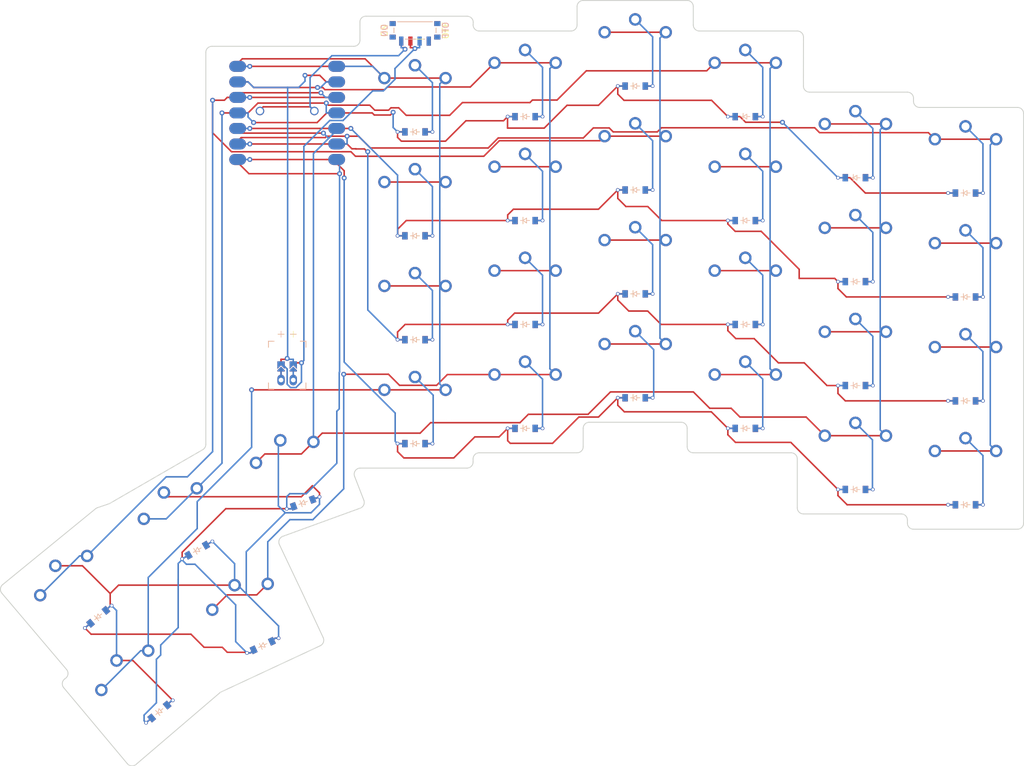
<source format=kicad_pcb>
(kicad_pcb (version 20240108) (generator "pcbnew") (generator_version "8.0")
  (title_block (title "sleepy58") (rev "v1.0.0") (company "Unknown"))
  (layers (0 "F.Cu" signal) (31 "B.Cu" signal) (34 "B.Paste" user) (35 "F.Paste" user) (36 "B.SilkS" user "B.Silkscreen") (37 "F.SilkS" user "F.Silkscreen") (38 "B.Mask" user) (39 "F.Mask" user) (44 "Edge.Cuts" user))
  (net 0 "")
  (net 1 "C0")
  (net 2 "outer_bottom")
  (net 3 "outer_home")
  (net 4 "outer_top")
  (net 5 "outer_num")
  (net 6 "C1")
  (net 7 "pinky_bottom")
  (net 8 "pinky_home")
  (net 9 "pinky_top")
  (net 10 "pinky_num")
  (net 11 "C2")
  (net 12 "ring_bottom")
  (net 13 "ring_home")
  (net 14 "ring_top")
  (net 15 "ring_num")
  (net 16 "C3")
  (net 17 "middle_bottom")
  (net 18 "middle_home")
  (net 19 "middle_top")
  (net 20 "middle_num")
  (net 21 "C4")
  (net 22 "index_bottom")
  (net 23 "index_home")
  (net 24 "index_top")
  (net 25 "index_num")
  (net 26 "C5")
  (net 27 "inner_bottom")
  (net 28 "inner_home")
  (net 29 "inner_top")
  (net 30 "inner_num")
  (net 31 "default_default")
  (net 32 "R1")
  (net 33 "R2")
  (net 34 "R3")
  (net 35 "R4")
  (net 36 "R0")
  (net 37 "3V3")
  (net 38 "GND")
  (net 39 "5V")
  (net 40 "XBAT+")
  (net 41 "BBAT+")
  (net 42 "JST1_1")
  (net 43 "JST1_2")
  (footprint "ceoloide:diode_tht_sod123" (layer "F.Cu") (at 100 105)
    (property "Reference" "D1" (hide yes))
    (property "Value" "")
  )
  (footprint "PG1350" (layer "F.Cu") (at 136 41.5)
    (property "Reference" "S12" (hide yes))
    (property "Value" "" (hide yes))
  )
  (footprint "ceoloide:diode_tht_sod123" (layer "F.Cu") (at 190 115)
    (property "Reference" "D21" (hide yes))
    (property "Value" "")
  )
  (footprint "ceoloide:diode_tht_sod123" (layer "F.Cu") (at 58.2139 148.8302 40)
    (property "Reference" "D29" (hide yes))
    (property "Value" "")
  )
  (footprint "ceoloide:diode_tht_sod123" (layer "F.Cu") (at 100 88)
    (property "Reference" "D2" (hide yes))
    (property "Value" "")
  )
  (footprint "ceoloide:diode_tht_sod123" (layer "F.Cu") (at 154 85.5)
    (property "Reference" "D14" (hide yes))
    (property "Value" "")
  )
  (footprint "PG1350" (layer "F.Cu") (at 100 83)
    (property "Reference" "S2" (hide yes))
    (property "Value" "" (hide yes))
  )
  (footprint "ceoloide:diode_tht_sod123" (layer "F.Cu") (at 118 85.5)
    (property "Reference" "D6" (hide yes))
    (property "Value" "")
  )
  (footprint "ceoloide:diode_tht_sod123" (layer "F.Cu") (at 136 97.5)
    (property "Reference" "D9" (hide yes))
    (property "Value" "")
  )
  (footprint "ceoloide:diode_tht_sod123" (layer "F.Cu") (at 118 51.5)
    (property "Reference" "D8" (hide yes))
    (property "Value" "")
  )
  (footprint "PG1350" (layer "F.Cu") (at 172 90.5)
    (property "Reference" "S18" (hide yes))
    (property "Value" "" (hide yes))
  )
  (footprint "ceoloide:diode_tht_sod123" (layer "F.Cu") (at 81.7101 114.6985 20)
    (property "Reference" "D25" (hide yes))
    (property "Value" "")
  )
  (footprint "PG1350" (layer "F.Cu") (at 55 145 40)
    (property "Reference" "S29" (hide yes))
    (property "Value" "" (hide yes))
  )
  (footprint "PG1350" (layer "F.Cu") (at 100 66)
    (property "Reference" "S3" (hide yes))
    (property "Value" "" (hide yes))
  )
  (footprint "PG1350" (layer "F.Cu") (at 154 46.5)
    (property "Reference" "S16" (hide yes))
    (property "Value" "" (hide yes))
  )
  (footprint "PG1350" (layer "F.Cu") (at 136 58.5)
    (property "Reference" "S11" (hide yes))
    (property "Value" "" (hide yes))
  )
  (footprint "ceoloide:diode_tht_sod123" (layer "F.Cu") (at 64.4 122.4301 30)
    (property "Reference" "D26" (hide yes))
    (property "Value" "")
  )
  (footprint "ceoloide:diode_tht_sod123" (layer "F.Cu") (at 118 102.5)
    (property "Reference" "D5" (hide yes))
    (property "Value" "")
  )
  (footprint "ceoloide:diode_tht_sod123" (layer "F.Cu") (at 136 46.5)
    (property "Reference" "D12" (hide yes))
    (property "Value" "")
  )
  (footprint "PG1350" (layer "F.Cu") (at 118 97.5)
    (property "Reference" "S5" (hide yes))
    (property "Value" "" (hide yes))
  )
  (footprint "PG1350" (layer "F.Cu") (at 45 129.5 40)
    (property "Reference" "S27" (hide yes))
    (property "Value" "" (hide yes))
  )
  (footprint "PG1350" (layer "F.Cu") (at 190 110)
    (property "Reference" "S21" (hide yes))
    (property "Value" "" (hide yes))
  )
  (footprint "PG1350" (layer "F.Cu") (at 154 97.5)
    (property "Reference" "S13" (hide yes))
    (property "Value" "" (hide yes))
  )
  (footprint "ceoloide:diode_tht_sod123" (layer "F.Cu") (at 190 81)
    (property "Reference" "D23" (hide yes))
    (property "Value" "")
  )
  (footprint "ceoloide:diode_tht_sod123" (layer "F.Cu") (at 100 54)
    (property "Reference" "D4" (hide yes))
    (property "Value" "")
  )
  (footprint "PG1350" (layer "F.Cu") (at 172 73.5)
    (property "Reference" "S19" (hide yes))
    (property "Value" "" (hide yes))
  )
  (footprint "ceoloide:diode_tht_sod123" (layer "F.Cu") (at 48.2139 133.3302 40)
    (property "Reference" "D27" (hide yes))
    (property "Value" "")
  )
  (footprint "ceoloide:diode_tht_sod123" (layer "F.Cu") (at 154 68.5)
    (property "Reference" "D15" (hide yes))
    (property "Value" "")
  )
  (footprint "PG1350" (layer "F.Cu") (at 154 80.5)
    (property "Reference" "S14" (hide yes))
    (property "Value" "" (hide yes))
  )
  (footprint "PG1350" (layer "F.Cu") (at 154 63.5)
    (property "Reference" "S15" (hide yes))
    (property "Value" "" (hide yes))
  )
  (footprint "ceoloide:diode_tht_sod123" (layer "F.Cu") (at 172 112.5)
    (property "Reference" "D17" (hide yes))
    (property "Value" "")
  )
  (footprint "ceoloide:battery_connector_jst_ph_2" (layer "F.Cu") (at 79.1 94.6 180)
    (property "Reference" "JST1" (hide yes))
    (property "Value" "")
  )
  (footprint "PG1350" (layer "F.Cu") (at 172 56.5)
    (property "Reference" "S20" (hide yes))
    (property "Value" "" (hide yes))
  )
  (footprint "ceoloide:diode_tht_sod123" (layer "F.Cu") (at 190 98)
    (property "Reference" "D22" (hide yes))
    (property "Value" "")
  )
  (footprint "PG1350" (layer "F.Cu") (at 73 133.5 25)
    (property "Reference" "S28" (hide yes))
    (property "Value" "" (hide yes))
  )
  (footprint "PG1350" (layer "F.Cu") (at 190 59)
    (property "Reference" "S24" (hide yes))
    (property "Value" "" (hide yes))
  )
  (footprint "ceoloide:diode_tht_sod123" (layer "F.Cu") (at 118 68.5)
    (property "Reference" "D7" (hide yes))
    (property "Value" "")
  )
  (footprint "ceoloide:diode_tht_sod123" (layer "F.Cu") (at 172 61.5)
    (property "Reference" "D20" (hide yes))
    (property "Value" "")
  )
  (footprint "PG1350" (layer "F.Cu") (at 118 80.5)
    (property "Reference" "S6" (hide yes))
    (property "Value" "" (hide yes))
  )
  (footprint "PG1350" (layer "F.Cu") (at 136 92.5)
    (property "Reference" "S9" (hide yes))
    (property "Value" "" (hide yes))
  )
  (footprint "ceoloide:diode_tht_sod123" (layer "F.Cu") (at 136 80.5)
    (property "Reference" "D10" (hide yes))
    (property "Value" "")
  )
  (footprint "PG1350" (layer "F.Cu") (at 80 110 20)
    (property "Reference" "S25" (hide yes))
    (property "Value" "" (hide yes))
  )
  (footprint "PG1350" (layer "F.Cu") (at 190 76)
    (property "Reference" "S23" (hide yes))
    (property "Value" "" (hide yes))
  )
  (footprint "ceoloide:diode_tht_sod123" (layer "F.Cu") (at 100 71)
    (property "Reference" "D3" (hide yes))
    (property "Value" "")
  )
  (footprint "xiao-ble-smd-reversible" (layer "F.Cu") (at 79.1 50.9)
    (property "Reference" "MCU1" (hide yes))
    (property "Value" "" (hide yes))
  )
  (footprint "ceoloide:diode_tht_sod123" (layer "F.Cu") (at 136 63.5)
    (property "Reference" "D11" (hide yes))
    (property "Value" "")
  )
  (footprint "PG1350" (layer "F.Cu") (at 100 49)
    (property "Reference" "S4" (hide yes))
    (property "Value" "" (hide yes))
  )
  (footprint "PG1350" (layer "F.Cu") (at 118 46.5)
    (property "Reference" "S8" (hide yes))
    (property "Value" "" (hide yes))
  )
  (footprint "PG1350" (layer "F.Cu") (at 100 100)
    (property "Reference" "S1" (hide yes))
    (property "Value" "" (hide yes))
  )
  (footprint "ceoloide:diode_tht_sod123" (layer "F.Cu") (at 154 51.5)
    (property "Reference" "D16" (hide yes))
    (property "Value" "")
  )
  (footprint "PG1350" (layer "F.Cu") (at 118 63.5)
    (property "Reference" "S7" (hide yes))
    (property "Value" "" (hide yes))
  )
  (footprint "ceoloide:diode_tht_sod123" (layer "F.Cu") (at 75.1131 138.0315 25)
    (property "Reference" "D28" (hide yes))
    (property "Value" "")
  )
  (footprint "PG1350" (layer "F.Cu") (at 172 107.5)
    (property "Reference" "S17" (hide yes))
    (property "Value" "" (hide yes))
  )
  (footprint "ceoloide:power_switch_smd_side" (layer "F.Cu") (at 100 37.41 90)
    (property "Reference" "PWR1" (hide yes))
    (property "Value" "")
  )
  (footprint "ceoloide:diode_tht_sod123" (layer "F.Cu") (at 154 102.5)
    (property "Reference" "D13" (hide yes))
    (property "Value" "")
  )
  (footprint "PG1350" (layer "F.Cu") (at 61.9 118.1 30)
    (property "Reference" "S26" (hide yes))
    (property "Value" "" (hide yes))
  )
  (footprint "ceoloide:diode_tht_sod123" (layer "F.Cu") (at 172 78.5)
    (property "Reference" "D19" (hide yes))
    (property "Value" "")
  )
  (footprint "PG1350" (layer "F.Cu") (at 136 75.5)
    (property "Reference" "S10" (hide yes))
    (property "Value" "" (hide yes))
  )
  (footprint "ceoloide:diode_tht_sod123" (layer "F.Cu") (at 172 95.5)
    (property "Reference" "D18" (hide yes))
    (property "Value" "")
  )
  (footprint "PG1350" (layer "F.Cu") (at 190 93)
    (property "Reference" "S22" (hide yes))
    (property "Value" "" (hide yes))
  )
  (footprint "ceoloide:diode_tht_sod123" (layer "F.Cu") (at 190 64)
    (property "Reference" "D24" (hide yes))
    (property "Value" "")
  )
  (gr_arc (start 126.5 36.5) (mid 126.207107 37.207107) (end 125.5 37.5) (stroke (width 0.15)) (layer "Edge.Cuts"))
  (gr_line (start 179.5 116.5) (end 163.5 116.5) (stroke (width 0.15)) (layer "Edge.Cuts"))
  (gr_line (start 66.8 40) (end 90 40) (stroke (width 0.15)) (layer "Edge.Cuts"))
  (gr_arc (start 181.5 119) (mid 180.792893 118.707107) (end 180.5 118) (stroke (width 0.15)) (layer "Edge.Cuts"))
  (gr_arc (start 127.5 105.5) (mid 127.207107 106.207107) (end 126.5 106.5) (stroke (width 0.15)) (layer "Edge.Cuts"))
  (gr_arc (start 161.5 106.5) (mid 162.207107 106.792893) (end 162.5 107.5) (stroke (width 0.15)) (layer "Edge.Cuts"))
  (gr_line (start 110.505063 37.5) (end 125.5 37.5) (stroke (width 0.15)) (layer "Edge.Cuts"))
  (gr_arc (start 126.5 33.5) (mid 126.792893 32.792893) (end 127.5 32.5) (stroke (width 0.15)) (layer "Edge.Cuts"))
  (gr_arc (start 180.5 47.5) (mid 181.207107 47.792893) (end 181.5 48.5) (stroke (width 0.15)) (layer "Edge.Cuts"))
  (gr_arc (start 91 39) (mid 90.707107 39.707107) (end 90 40) (stroke (width 0.15)) (layer "Edge.Cuts"))
  (gr_arc (start 143.5 101.5) (mid 144.207107 101.792893) (end 144.5 102.5) (stroke (width 0.15)) (layer "Edge.Cuts"))
  (gr_arc (start 54.391495 157.48152) (mid 53.65838 157.718256) (end 52.974512 157.363538) (stroke (width 0.15)) (layer "Edge.Cuts"))
  (gr_arc (start 109.5 107.5) (mid 109.792893 106.792893) (end 110.5 106.5) (stroke (width 0.15)) (layer "Edge.Cuts"))
  (gr_arc (start 65.8 41) (mid 66.092893 40.292893) (end 66.8 40) (stroke (width 0.15)) (layer "Edge.Cuts"))
  (gr_arc (start 47.778365 115.651929) (mid 47.925798 115.551936) (end 48.088633 115.479689) (stroke (width 0.15)) (layer "Edge.Cuts"))
  (gr_arc (start 108.522519 35.08) (mid 109.227814 35.371123) (end 109.522506 36.07495) (stroke (width 0.15)) (layer "Edge.Cuts"))
  (gr_line (start 50.124747 114.765701) (end 65.300646 105.988799) (stroke (width 0.15)) (layer "Edge.Cuts"))
  (gr_arc (start 50.124747 114.7657) (mid 50.03767 114.810521) (end 49.946626 114.846609) (stroke (width 0.15)) (layer "Edge.Cuts"))
  (gr_arc (start 42.570423 144.933062) (mid 42.345355 144.16429) (end 42.756762 143.476969) (stroke (width 0.15)) (layer "Edge.Cuts"))
  (gr_line (start 162.5 115.5) (end 162.5 107.5) (stroke (width 0.15)) (layer "Edge.Cuts"))
  (gr_arc (start 179.5 116.5) (mid 180.207107 116.792893) (end 180.5 117.5) (stroke (width 0.15)) (layer "Edge.Cuts"))
  (gr_line (start 109.5 107.5) (end 109.5 108) (stroke (width 0.15)) (layer "Edge.Cuts"))
  (gr_line (start 146.5 37.5) (end 162.509 37.5) (stroke (width 0.15)) (layer "Edge.Cuts"))
  (gr_line (start 65.8 105.1231) (end 65.8 41) (stroke (width 0.15)) (layer "Edge.Cuts"))
  (gr_line (start 84.507181 138.064515) (end 68.317403 145.613932) (stroke (width 0.15)) (layer "Edge.Cuts"))
  (gr_arc (start 163.5 116.5) (mid 162.792893 116.207107) (end 162.5 115.5) (stroke (width 0.15)) (layer "Edge.Cuts"))
  (gr_line (start 90.127416 110.361275) (end 91.636478 114.256203) (stroke (width 0.15)) (layer "Edge.Cuts"))
  (gr_arc (start 199.5 118) (mid 199.207107 118.707107) (end 198.5 119) (stroke (width 0.15)) (layer "Edge.Cuts"))
  (gr_line (start 143.5 101.5) (end 128.5 101.5) (stroke (width 0.15)) (layer "Edge.Cuts"))
  (gr_line (start 181.5 48.5) (end 181.5 49) (stroke (width 0.15)) (layer "Edge.Cuts"))
  (gr_line (start 144.5 105.5) (end 144.5 102.5) (stroke (width 0.15)) (layer "Edge.Cuts"))
  (gr_arc (start 65.8 105.1231) (mid 65.666212 105.622823) (end 65.300646 105.988799) (stroke (width 0.15)) (layer "Edge.Cuts"))
  (gr_line (start 108.5 109) (end 91.059875 109) (stroke (width 0.15)) (layer "Edge.Cuts"))
  (gr_line (start 127.5 102.5) (end 127.5 105.5) (stroke (width 0.15)) (layer "Edge.Cuts"))
  (gr_line (start 145.5 33.5) (end 145.5 36.5) (stroke (width 0.15)) (layer "Edge.Cuts"))
  (gr_line (start 91 39) (end 90.998991 36.038429) (stroke (width 0.15)) (layer "Edge.Cuts"))
  (gr_line (start 180.5 118) (end 180.5 117.5) (stroke (width 0.15)) (layer "Edge.Cuts"))
  (gr_line (start 164.501001 47.5) (end 180.5 47.5) (stroke (width 0.15)) (layer "Edge.Cuts"))
  (gr_line (start 43.035652 141.947071) (end 32.465418 129.48088) (stroke (width 0.15)) (layer "Edge.Cuts"))
  (gr_arc (start 109.5 108) (mid 109.207107 108.707107) (end 108.5 109) (stroke (width 0.15)) (layer "Edge.Cuts"))
  (gr_arc (start 127.5 102.5) (mid 127.792893 101.792893) (end 128.5 101.5) (stroke (width 0.15)) (layer "Edge.Cuts"))
  (gr_arc (start 68.089882 145.760425) (mid 68.198665 145.679447) (end 68.317403 145.613932) (stroke (width 0.15)) (layer "Edge.Cuts"))
  (gr_line (start 77.835716 121.529279) (end 81.608502 129.48213) (stroke (width 0.15)) (layer "Edge.Cuts"))
  (gr_line (start 32.595349 128.059835) (end 47.778364 115.651929) (stroke (width 0.15)) (layer "Edge.Cuts"))
  (gr_line (start 163.508999 38.501) (end 163.501001 46.499) (stroke (width 0.15)) (layer "Edge.Cuts"))
  (gr_arc (start 84.99087 136.735588) (mid 85.024255 137.500227) (end 84.507181 138.064515) (stroke (width 0.15)) (layer "Edge.Cuts"))
  (gr_arc (start 110.505063 37.5) (mid 109.799744 37.20889) (end 109.505076 36.50505) (stroke (width 0.15)) (layer "Edge.Cuts"))
  (gr_arc (start 77.835717 121.529279) (mid 77.814065 120.721047) (end 78.397186 120.160977) (stroke (width 0.15)) (layer "Edge.Cuts"))
  (gr_arc (start 182.5 50) (mid 181.792893 49.707107) (end 181.5 49) (stroke (width 0.15)) (layer "Edge.Cuts"))
  (gr_line (start 48.088633 115.479689) (end 49.946626 114.846609) (stroke (width 0.15)) (layer "Edge.Cuts"))
  (gr_line (start 126.5 36.5) (end 126.5 33.5) (stroke (width 0.15)) (layer "Edge.Cuts"))
  (gr_line (start 126.5 106.5) (end 110.5 106.5) (stroke (width 0.15)) (layer "Edge.Cuts"))
  (gr_arc (start 145.5 106.5) (mid 144.792893 106.207107) (end 144.5 105.5) (stroke (width 0.15)) (layer "Edge.Cuts"))
  (gr_arc (start 198.5 50) (mid 199.207107 50.292893) (end 199.5 51) (stroke (width 0.15)) (layer "Edge.Cuts"))
  (gr_line (start 81.611321 129.488122) (end 84.99087 136.735589) (stroke (width 0.15)) (layer "Edge.Cuts"))
  (gr_line (start 92.017481 35.08) (end 108.522519 35.08) (stroke (width 0.15)) (layer "Edge.Cuts"))
  (gr_line (start 198.5 119) (end 181.5 119) (stroke (width 0.15)) (layer "Edge.Cuts"))
  (gr_line (start 52.974512 157.363538) (end 42.570423 144.933061) (stroke (width 0.15)) (layer "Edge.Cuts"))
  (gr_arc (start 144.5 32.5) (mid 145.207107 32.792893) (end 145.5 33.5) (stroke (width 0.15)) (layer "Edge.Cuts"))
  (gr_arc (start 146.5 37.5) (mid 145.792893 37.207107) (end 145.5 36.5) (stroke (width 0.15)) (layer "Edge.Cuts"))
  (gr_line (start 199.5 51) (end 199.5 118) (stroke (width 0.15)) (layer "Edge.Cuts"))
  (gr_arc (start 90.127416 110.361275) (mid 90.234868 109.434879) (end 91.059875 109) (stroke (width 0.15)) (layer "Edge.Cuts"))
  (gr_arc (start 32.465417 129.48088) (mid 32.232295 128.743102) (end 32.595349 128.059835) (stroke (width 0.15)) (layer "Edge.Cuts"))
  (gr_arc (start 43.035652 141.947071) (mid 43.265239 142.71756) (end 42.853432 143.408051) (stroke (width 0.15)) (layer "Edge.Cuts"))
  (gr_line (start 182.5 50) (end 198.5 50) (stroke (width 0.15)) (layer "Edge.Cuts"))
  (gr_arc (start 90.998991 36.038429) (mid 91.295538 35.333188) (end 92.017481 35.08) (stroke (width 0.15)) (layer "Edge.Cuts"))
  (gr_line (start 91.046039 115.557171) (end 78.397186 120.160977) (stroke (width 0.15)) (layer "Edge.Cuts"))
  (gr_line (start 42.756762 143.476969) (end 42.853432 143.408051) (stroke (width 0.15)) (layer "Edge.Cuts"))
  (gr_line (start 68.089882 145.760425) (end 54.391495 157.481519) (stroke (width 0.15)) (layer "Edge.Cuts"))
  (gr_line (start 109.522506 36.07495) (end 109.505076 36.50505) (stroke (width 0.15)) (layer "Edge.Cuts"))
  (gr_arc (start 91.636479 114.256203) (mid 91.614626 115.030754) (end 91.046039 115.557171) (stroke (width 0.15)) (layer "Edge.Cuts"))
  (gr_arc (start 162.509 37.5) (mid 163.21646 37.793247) (end 163.508999 38.501) (stroke (width 0.15)) (layer "Edge.Cuts"))
  (gr_line (start 127.5 32.5) (end 144.5 32.5) (stroke (width 0.15)) (layer "Edge.Cuts"))
  (gr_arc (start 164.501001 47.5) (mid 163.793541 47.206753) (end 163.501001 46.499) (stroke (width 0.15)) (layer "Edge.Cuts"))
  (gr_line (start 161.5 106.5) (end 145.5 106.5) (stroke (width 0.15)) (layer "Edge.Cuts"))
  (segment (start 95 62.2) (end 105 62.2) (width 0.25) (layer "F.Cu") (net 1))
  (segment (start 95 96.2) (end 73.2894 96.2) (width 0.25) (layer "F.Cu") (net 1))
  (segment (start 95 45.2) (end 105 45.2) (width 0.25) (layer "F.Cu") (net 1))
  (segment (start 95 96.2) (end 105 96.2) (width 0.25) (layer "F.Cu") (net 1))
  (segment (start 95 79.2) (end 105 79.2) (width 0.25) (layer "F.Cu") (net 1))
  (segment (start 91.8479 42.0479) (end 95 45.2) (width 0.25) (layer "F.Cu") (net 1))
  (segment (start 71.7621 42.0479) (end 91.8479 42.0479) (width 0.25) (layer "F.Cu") (net 1))
  (segment (start 70.53 43.28) (end 71.7621 42.0479) (width 0.25) (layer "F.Cu") (net 1))
  (via (at 73.2894 96.2) (size 0.8) (drill 0.4) (layers "F.Cu" "B.Cu") (net 1))
  (segment (start 56.3876 138.8751) (end 56.3876 126.8971) (width 0.25) (layer "B.Cu") (net 1))
  (segment (start 48.7272 145.303) (end 55.1551 138.8751) (width 0.25) (layer "B.Cu") (net 1))
  (segment (start 104.0533 46.1467) (end 104.0533 62.2) (width 0.25) (layer "B.Cu") (net 1))
  (segment (start 104.0533 95.2533) (end 105 96.2) (width 0.25) (layer "B.Cu") (net 1))
  (segment (start 56.3876 126.8971) (end 64.3922 118.8925) (width 0.25) (layer "B.Cu") (net 1))
  (segment (start 105 45.2) (end 104.0533 46.1467) (width 0.25) (layer "B.Cu") (net 1))
  (segment (start 104.0533 79.2) (end 105 79.2) (width 0.25) (layer "B.Cu") (net 1))
  (segment (start 87.67 43.28) (end 93.08 43.28) (width 0.25) (layer "B.Cu") (net 1))
  (segment (start 64.3922 114.4951) (end 73.2894 105.5979) (width 0.25) (layer "B.Cu") (net 1))
  (segment (start 104.0533 62.2) (end 105 62.2) (width 0.25) (layer "B.Cu") (net 1))
  (segment (start 104.0533 62.2) (end 104.0533 79.2) (width 0.25) (layer "B.Cu") (net 1))
  (segment (start 104.0533 79.2) (end 104.0533 95.2533) (width 0.25) (layer "B.Cu") (net 1))
  (segment (start 55.1551 138.8751) (end 56.3876 138.8751) (width 0.25) (layer "B.Cu") (net 1))
  (segment (start 93.08 43.28) (end 95 45.2) (width 0.25) (layer "B.Cu") (net 1))
  (segment (start 64.3922 118.8925) (end 64.3922 114.4951) (width 0.25) (layer "B.Cu") (net 1))
  (segment (start 73.2894 105.5979) (end 73.2894 96.2) (width 0.25) (layer "B.Cu") (net 1))
  (segment (start 101.65 105) (end 102.85 105) (width 0.25) (layer "F.Cu") (net 2))
  (via (at 102.85 105) (size 0.6) (drill 0.4) (layers "F.Cu" "B.Cu") (net 2))
  (segment (start 102.4573 105) (end 101.65 105) (width 0.25) (layer "B.Cu") (net 2))
  (segment (start 102.97 104.88) (end 102.97 97.07) (width 0.25) (layer "B.Cu") (net 2))
  (segment (start 102.85 105) (end 102.97 104.88) (width 0.25) (layer "B.Cu") (net 2))
  (segment (start 102.85 105) (end 102.4573 105) (width 0.25) (layer "B.Cu") (net 2))
  (segment (start 102.97 97.07) (end 100 94.1) (width 0.25) (layer "B.Cu") (net 2))
  (segment (start 101.65 88) (end 102.85 88) (width 0.25) (layer "F.Cu") (net 3))
  (via (at 102.85 88) (size 0.6) (drill 0.4) (layers "F.Cu" "B.Cu") (net 3))
  (segment (start 102.4573 88) (end 101.65 88) (width 0.25) (layer "B.Cu") (net 3))
  (segment (start 102.85 88) (end 102.85 79.95) (width 0.25) (layer "B.Cu") (net 3))
  (segment (start 102.85 88) (end 102.4573 88) (width 0.25) (layer "B.Cu") (net 3))
  (segment (start 102.85 79.95) (end 100 77.1) (width 0.25) (layer "B.Cu") (net 3))
  (segment (start 101.65 71) (end 102.85 71) (width 0.25) (layer "F.Cu") (net 4))
  (via (at 102.85 71) (size 0.6) (drill 0.4) (layers "F.Cu" "B.Cu") (net 4))
  (segment (start 102.4573 71) (end 101.65 71) (width 0.25) (layer "B.Cu") (net 4))
  (segment (start 102.85 71) (end 102.85 62.95) (width 0.25) (layer "B.Cu") (net 4))
  (segment (start 102.85 62.95) (end 100 60.1) (width 0.25) (layer "B.Cu") (net 4))
  (segment (start 102.85 71) (end 102.4573 71) (width 0.25) (layer "B.Cu") (net 4))
  (segment (start 101.65 54) (end 102.85 54) (width 0.25) (layer "F.Cu") (net 5))
  (via (at 102.85 54) (size 0.6) (drill 0.4) (layers "F.Cu" "B.Cu") (net 5))
  (segment (start 102.85 54) (end 102.4573 54) (width 0.25) (layer "B.Cu") (net 5))
  (segment (start 102.4573 54) (end 101.65 54) (width 0.25) (layer "B.Cu") (net 5))
  (segment (start 102.85 45.95) (end 100 43.1) (width 0.25) (layer "B.Cu") (net 5))
  (segment (start 102.85 54) (end 102.85 45.95) (width 0.25) (layer "B.Cu") (net 5))
  (segment (start 113 93.7) (end 105.2913 93.7) (width 0.25) (layer "F.Cu") (net 6))
  (segment (start 84.9179 46.7396) (end 85.2683 47.09) (width 0.25) (layer "F.Cu") (net 6))
  (segment (start 113 76.7) (end 123 76.7) (width 0.25) (layer "F.Cu") (net 6))
  (segment (start 105.2913 93.7) (end 103.5298 95.4615) (width 0.25) (layer "F.Cu") (net 6))
  (segment (start 103.5298 95.4615) (end 97.4746 95.4615) (width 0.25) (layer "F.Cu") (net 6))
  (segment (start 123 93.7) (end 113 93.7) (width 0.25) (layer "F.Cu") (net 6))
  (segment (start 95.6614 93.6483) (end 88.3422 93.6483) (width 0.25) (layer "F.Cu") (net 6))
  (segment (start 69.2821 129.7495) (end 74.119 129.7495) (width 0.25) (layer "F.Cu") (net 6))
  (segment (start 84.0676 46.7396) (end 84.9179 46.7396) (width 0.25) (layer "F.Cu") (net 6))
  (segment (start 113 59.7) (end 123 59.7) (width 0.25) (layer "F.Cu") (net 6))
  (segment (start 73.6263 46.7396) (end 84.0676 46.7396) (width 0.25) (layer "F.Cu") (net 6))
  (segment (start 85.2683 47.09) (end 95.0338 47.09) (width 0.25) (layer "F.Cu") (net 6))
  (segment (start 109.0457 46.6543) (end 113 42.7) (width 0.25) (layer "F.Cu") (net 6))
  (segment (start 123 42.7) (end 113 42.7) (width 0.25) (layer "F.Cu") (net 6))
  (segment (start 95.0338 47.09) (end 95.4695 46.6543) (width 0.25) (layer "F.Cu") (net 6))
  (segment (start 95.4695 46.6543) (end 109.0457 46.6543) (width 0.25) (layer "F.Cu") (net 6))
  (segment (start 97.4746 95.4615) (end 95.6614 93.6483) (width 0.25) (layer "F.Cu") (net 6))
  (segment (start 66.8625 132.1691) (end 69.2821 129.7495) (width 0.25) (layer "F.Cu") (net 6))
  (segment (start 74.119 129.7495) (end 75.9256 127.9429) (width 0.25) (layer "F.Cu") (net 6))
  (segment (start 70.53 45.82) (end 72.7067 45.82) (width 0.25) (layer "F.Cu") (net 6))
  (segment (start 72.7067 45.82) (end 73.6263 46.7396) (width 0.25) (layer "F.Cu") (net 6))
  (via (at 84.0676 46.7396) (size 0.8) (drill 0.4) (layers "F.Cu" "B.Cu") (net 6))
  (via (at 88.3422 93.6483) (size 0.8) (drill 0.4) (layers "F.Cu" "B.Cu") (net 6))
  (segment (start 84.5737 46.7396) (end 84.0676 46.7396) (width 0.25) (layer "B.Cu") (net 6))
  (segment (start 122.0533 76.7) (end 123 76.7) (width 0.25) (layer "B.Cu") (net 6))
  (segment (start 85.4933 45.82) (end 84.5737 46.7396) (width 0.25) (layer "B.Cu") (net 6))
  (segment (start 88.3422 112.3978) (end 83.3 117.44) (width 0.25) (layer "B.Cu") (net 6))
  (segment (start 123 42.7) (end 122.0533 43.6467) (width 0.25) (layer "B.Cu") (net 6))
  (segment (start 87.67 45.82) (end 85.4933 45.82) (width 0.25) (layer "B.Cu") (net 6))
  (segment (start 75.9256 121.0644) (end 75.9256 127.9429) (width 0.25) (layer "B.Cu") (net 6))
  (segment (start 122.0533 43.6467) (end 122.0533 59.7) (width 0.25) (layer "B.Cu") (net 6))
  (segment (start 79.55 117.44) (end 75.9256 121.0644) (width 0.25) (layer "B.Cu") (net 6))
  (segment (start 83.3 117.44) (end 79.55 117.44) (width 0.25) (layer "B.Cu") (net 6))
  (segment (start 122.0533 92.7533) (end 123 93.7) (width 0.25) (layer "B.Cu") (net 6))
  (segment (start 122.0533 59.7) (end 122.0533 76.7) (width 0.25) (layer "B.Cu") (net 6))
  (segment (start 88.3422 93.6483) (end 88.3422 112.3978) (width 0.25) (layer "B.Cu") (net 6))
  (segment (start 122.0533 59.7) (end 123 59.7) (width 0.25) (layer "B.Cu") (net 6))
  (segment (start 122.0533 76.7) (end 122.0533 92.7533) (width 0.25) (layer "B.Cu") (net 6))
  (segment (start 119.65 102.5) (end 120.85 102.5) (width 0.25) (layer "F.Cu") (net 7))
  (via (at 120.85 102.5) (size 0.6) (drill 0.4) (layers "F.Cu" "B.Cu") (net 7))
  (segment (start 120.85 94.45) (end 118 91.6) (width 0.25) (layer "B.Cu") (net 7))
  (segment (start 120.85 102.5) (end 120.85 94.45) (width 0.25) (layer "B.Cu") (net 7))
  (segment (start 120.4573 102.5) (end 119.65 102.5) (width 0.25) (layer "B.Cu") (net 7))
  (segment (start 120.85 102.5) (end 120.4573 102.5) (width 0.25) (layer "B.Cu") (net 7))
  (segment (start 119.65 85.5) (end 120.85 85.5) (width 0.25) (layer "F.Cu") (net 8))
  (via (at 120.85 85.5) (size 0.6) (drill 0.4) (layers "F.Cu" "B.Cu") (net 8))
  (segment (start 120.85 77.45) (end 118 74.6) (width 0.25) (layer "B.Cu") (net 8))
  (segment (start 120.85 85.5) (end 120.4573 85.5) (width 0.25) (layer "B.Cu") (net 8))
  (segment (start 120.4573 85.5) (end 119.65 85.5) (width 0.25) (layer "B.Cu") (net 8))
  (segment (start 120.85 85.5) (end 120.85 77.45) (width 0.25) (layer "B.Cu") (net 8))
  (segment (start 119.65 68.5) (end 120.85 68.5) (width 0.25) (layer "F.Cu") (net 9))
  (via (at 120.85 68.5) (size 0.6) (drill 0.4) (layers "F.Cu" "B.Cu") (net 9))
  (segment (start 120.85 68.5) (end 120.4573 68.5) (width 0.25) (layer "B.Cu") (net 9))
  (segment (start 120.85 68.5) (end 120.85 60.45) (width 0.25) (layer "B.Cu") (net 9))
  (segment (start 120.85 60.45) (end 118 57.6) (width 0.25) (layer "B.Cu") (net 9))
  (segment (start 120.4573 68.5) (end 119.65 68.5) (width 0.25) (layer "B.Cu") (net 9))
  (segment (start 119.65 51.5) (end 120.85 51.5) (width 0.25) (layer "F.Cu") (net 10))
  (via (at 120.85 51.5) (size 0.6) (drill 0.4) (layers "F.Cu" "B.Cu") (net 10))
  (segment (start 120.85 51.5) (end 120.4573 51.5) (width 0.25) (layer "B.Cu") (net 10))
  (segment (start 120.85 51.5) (end 120.85 43.45) (width 0.25) (layer "B.Cu") (net 10))
  (segment (start 120.4573 51.5) (end 119.65 51.5) (width 0.25) (layer "B.Cu") (net 10))
  (segment (start 120.85 43.45) (end 118 40.6) (width 0.25) (layer "B.Cu") (net 10))
  (segment (start 131 37.7) (end 141 37.7) (width 0.25) (layer "F.Cu") (net 11))
  (segment (start 70.53 48.36) (end 69.3033 48.36) (width 0.25) (layer "F.Cu") (net 11))
  (segment (start 66.912 54.1565) (end 66.912 48.824) (width 0.25) (layer "F.Cu") (net 11))
  (segment (start 89.53 57.25) (end 70.0055 57.25) (width 0.25) (layer "F.Cu") (net 11))
  (segment (start 131 54.7) (end 141 54.7) (width 0.25) (layer "F.Cu") (net 11))
  (segment (start 66.912 48.824) (end 68.8393 48.824) (width 0.25) (layer "F.Cu") (net 11))
  (segment (start 90.2672 57.9872) (end 89.53 57.25) (width 0.25) (layer "F.Cu") (net 11))
  (segment (start 111.2513 57.9872) (end 90.2672 57.9872) (width 0.25) (layer "F.Cu") (net 11))
  (segment (start 71.286 47.604) (end 84.6223 47.604) (width 0.25) (layer "F.Cu") (net 11))
  (segment (start 68.8393 48.824) (end 69.3033 48.36) (width 0.25) (layer "F.Cu") (net 11))
  (segment (start 131 88.7) (end 141 88.7) (width 0.25) (layer "F.Cu") (net 11))
  (segment (start 113.7942 55.4443) (end 111.2513 57.9872) (width 0.25) (layer "F.Cu") (net 11))
  (segment (start 70.53 48.36) (end 71.286 47.604) (width 0.25) (layer "F.Cu") (net 11))
  (segment (start 70.0055 57.25) (end 66.912 54.1565) (width 0.25) (layer "F.Cu") (net 11))
  (segment (start 131 71.7) (end 141 71.7) (width 0.25) (layer "F.Cu") (net 11))
  (segment (start 131 54.7) (end 130.2557 55.4443) (width 0.25) (layer "F.Cu") (net 11))
  (segment (start 130.2557 55.4443) (end 113.7942 55.4443) (width 0.25) (layer "F.Cu") (net 11))
  (via (at 84.6223 47.604) (size 0.8) (drill 0.4) (layers "F.Cu" "B.Cu") (net 11))
  (via (at 66.912 48.824) (size 0.8) (drill 0.4) (layers "F.Cu" "B.Cu") (net 11))
  (segment (start 66.912 106.308) (end 62.7882 110.4318) (width 0.25) (layer "B.Cu") (net 11))
  (segment (start 59.3309 110.4318) (end 46.3876 123.3751) (width 0.25) (layer "B.Cu") (net 11))
  (segment (start 46.3876 123.3751) (end 45.1551 123.3751) (width 0.25) (layer "B.Cu") (net 11))
  (segment (start 140.0533 38.6467) (end 140.0533 54.7) (width 0.25) (layer "B.Cu") (net 11))
  (segment (start 140.0533 71.7) (end 141 71.7) (width 0.25) (layer "B.Cu") (net 11))
  (segment (start 85.3783 48.36) (end 84.6223 47.604) (width 0.25) (layer "B.Cu") (net 11))
  (segment (start 140.0533 71.7) (end 140.0533 87.7533) (width 0.25) (layer "B.Cu") (net 11))
  (segment (start 87.67 48.36) (end 85.3783 48.36) (width 0.25) (layer "B.Cu") (net 11))
  (segment (start 141 37.7) (end 140.0533 38.6467) (width 0.25) (layer "B.Cu") (net 11))
  (segment (start 45.1551 123.3751) (end 38.7272 129.803) (width 0.25) (layer "B.Cu") (net 11))
  (segment (start 140.0533 87.7533) (end 141 88.7) (width 0.25) (layer "B.Cu") (net 11))
  (segment (start 140.0533 54.7) (end 141 54.7) (width 0.25) (layer "B.Cu") (net 11))
  (segment (start 62.7882 110.4318) (end 59.3309 110.4318) (width 0.25) (layer "B.Cu") (net 11))
  (segment (start 66.912 48.824) (end 66.912 106.308) (width 0.25) (layer "B.Cu") (net 11))
  (segment (start 140.0533 54.7) (end 140.0533 71.7) (width 0.25) (layer "B.Cu") (net 11))
  (segment (start 137.65 97.5) (end 138.85 97.5) (width 0.25) (layer "F.Cu") (net 12))
  (via (at 138.85 97.5) (size 0.6) (drill 0.4) (layers "F.Cu" "B.Cu") (net 12))
  (segment (start 138.4573 97.5) (end 137.65 97.5) (width 0.25) (layer "B.Cu") (net 12))
  (segment (start 139.02 89.62) (end 136 86.6) (width 0.25) (layer "B.Cu") (net 12))
  (segment (start 138.85 97.5) (end 139.02 97.33) (width 0.25) (layer "B.Cu") (net 12))
  (segment (start 139.02 97.33) (end 139.02 89.62) (width 0.25) (layer "B.Cu") (net 12))
  (segment (start 138.85 97.5) (end 138.4573 97.5) (width 0.25) (layer "B.Cu") (net 12))
  (segment (start 137.65 80.5) (end 138.85 80.5) (width 0.25) (layer "F.Cu") (net 13))
  (via (at 138.85 80.5) (size 0.6) (drill 0.4) (layers "F.Cu" "B.Cu") (net 13))
  (segment (start 138.4573 80.5) (end 137.65 80.5) (width 0.25) (layer "B.Cu") (net 13))
  (segment (start 138.85 80.5) (end 138.4573 80.5) (width 0.25) (layer "B.Cu") (net 13))
  (segment (start 138.85 72.45) (end 136 69.6) (width 0.25) (layer "B.Cu") (net 13))
  (segment (start 138.85 80.5) (end 138.85 72.45) (width 0.25) (layer "B.Cu") (net 13))
  (segment (start 137.65 63.5) (end 138.85 63.5) (width 0.25) (layer "F.Cu") (net 14))
  (via (at 138.85 63.5) (size 0.6) (drill 0.4) (layers "F.Cu" "B.Cu") (net 14))
  (segment (start 138.4573 63.5) (end 137.65 63.5) (width 0.25) (layer "B.Cu") (net 14))
  (segment (start 138.85 55.45) (end 136 52.6) (width 0.25) (layer "B.Cu") (net 14))
  (segment (start 138.85 63.5) (end 138.4573 63.5) (width 0.25) (layer "B.Cu") (net 14))
  (segment (start 138.85 63.5) (end 138.85 55.45) (width 0.25) (layer "B.Cu") (net 14))
  (segment (start 137.65 46.5) (end 138.85 46.5) (width 0.25) (layer "F.Cu") (net 15))
  (via (at 138.85 46.5) (size 0.6) (drill 0.4) (layers "F.Cu" "B.Cu") (net 15))
  (segment (start 138.4573 46.5) (end 137.65 46.5) (width 0.25) (layer "B.Cu") (net 15))
  (segment (start 138.85 46.5) (end 138.85 38.45) (width 0.25) (layer "B.Cu") (net 15))
  (segment (start 138.85 46.5) (end 138.4573 46.5) (width 0.25) (layer "B.Cu") (net 15))
  (segment (start 138.85 38.45) (end 136 35.6) (width 0.25) (layer "B.Cu") (net 15))
  (segment (start 107.7568 49.203) (end 105.6701 51.2897) (width 0.25) (layer "F.Cu") (net 16))
  (segment (start 149 42.7) (end 147.6902 44.0098) (width 0.25) (layer "F.Cu") (net 16))
  (segment (start 93.4191 50.4507) (end 92.5984 49.63) (width 0.25) (layer "F.Cu") (net 16))
  (segment (start 149 42.7) (end 159 42.7) (width 0.25) (layer "F.Cu") (net 16))
  (segment (start 123.2294 48.7897) (end 119.2003 48.7897) (width 0.25) (layer "F.Cu") (net 16))
  (segment (start 92.5984 49.63) (end 85.8391 49.63) (width 0.25) (layer "F.Cu") (net 16))
  (segment (start 149 93.7) (end 159 93.7) (width 0.25) (layer "F.Cu") (net 16))
  (segment (start 105.6701 51.2897) (end 98.5649 51.2897) (width 0.25) (layer "F.Cu") (net 16))
  (segment (start 98.5649 51.2897) (end 97.3384 50.0632) (width 0.25) (layer "F.Cu") (net 16))
  (segment (start 97.3384 50.0632) (end 96.067 50.0632) (width 0.25) (layer "F.Cu") (net 16))
  (segment (start 128.0093 44.0098) (end 123.2294 48.7897) (width 0.25) (layer "F.Cu") (net 16))
  (segment (start 96.067 50.0632) (end 95.6795 50.4507) (width 0.25) (layer "F.Cu") (net 16))
  (segment (start 119.2003 48.7897) (end 118.787 49.203) (width 0.25) (layer "F.Cu") (net 16))
  (segment (start 147.6902 44.0098) (end 128.0093 44.0098) (width 0.25) (layer "F.Cu") (net 16))
  (segment (start 74.3225 49.2842) (end 85.4933 49.2842) (width 0.25) (layer "F.Cu") (net 16))
  (segment (start 70.53 50.9) (end 72.7067 50.9) (width 0.25) (layer "F.Cu") (net 16))
  (segment (start 70.53 50.9) (end 68.4458 50.9) (width 0.25) (layer "F.Cu") (net 16))
  (segment (start 72.7067 50.9) (end 74.3225 49.2842) (width 0.25) (layer "F.Cu") (net 16))
  (segment (start 149 59.7) (end 159 59.7) (width 0.25) (layer "F.Cu") (net 16))
  (segment (start 85.8391 49.63) (end 85.4933 49.2842) (width 0.25) (layer "F.Cu") (net 16))
  (segment (start 118.787 49.203) (end 107.7568 49.203) (width 0.25) (layer "F.Cu") (net 16))
  (segment (start 95.6795 50.4507) (end 93.4191 50.4507) (width 0.25) (layer "F.Cu") (net 16))
  (segment (start 149 76.7) (end 159 76.7) (width 0.25) (layer "F.Cu") (net 16))
  (via (at 68.4458 50.9) (size 0.8) (drill 0.4) (layers "F.Cu" "B.Cu") (net 16))
  (via (at 85.4933 49.2842) (size 0.8) (drill 0.4) (layers "F.Cu" "B.Cu") (net 16))
  (segment (start 159 42.7) (end 158.0533 43.6467) (width 0.25) (layer "B.Cu") (net 16))
  (segment (start 85.4933 50.9) (end 85.4933 49.2842) (width 0.25) (layer "B.Cu") (net 16))
  (segment (start 87.67 50.9) (end 85.4933 50.9) (width 0.25) (layer "B.Cu") (net 16))
  (segment (start 59.3301 117.3091) (end 64.3301 112.3091) (width 0.25) (layer "B.Cu") (net 16))
  (segment (start 158.0533 59.7) (end 159 59.7) (width 0.25) (layer "B.Cu") (net 16))
  (segment (start 158.0533 92.7533) (end 159 93.7) (width 0.25) (layer "B.Cu") (net 16))
  (segment (start 158.0533 76.7) (end 159 76.7) (width 0.25) (layer "B.Cu") (net 16))
  (segment (start 64.3301 112.3091) (end 68.4458 108.1934) (width 0.25) (layer "B.Cu") (net 16))
  (segment (start 55.6699 117.3091) (end 59.3301 117.3091) (width 0.25) (layer "B.Cu") (net 16))
  (segment (start 158.0533 59.7) (end 158.0533 76.7) (width 0.25) (layer "B.Cu") (net 16))
  (segment (start 158.0533 43.6467) (end 158.0533 59.7) (width 0.25) (layer "B.Cu") (net 16))
  (segment (start 158.0533 76.7) (end 158.0533 92.7533) (width 0.25) (layer "B.Cu") (net 16))
  (segment (start 68.4458 108.1934) (end 68.4458 50.9) (width 0.25) (layer "B.Cu") (net 16))
  (segment (start 155.65 102.5) (end 156.85 102.5) (width 0.25) (layer "F.Cu") (net 17))
  (via (at 156.85 102.5) (size 0.6) (drill 0.4) (layers "F.Cu" "B.Cu") (net 17))
  (segment (start 156.4573 102.5) (end 155.65 102.5) (width 0.25) (layer "B.Cu") (net 17))
  (segment (start 156.85 94.45) (end 154 91.6) (width 0.25) (layer "B.Cu") (net 17))
  (segment (start 156.85 102.5) (end 156.85 94.45) (width 0.25) (layer "B.Cu") (net 17))
  (segment (start 156.85 102.5) (end 156.4573 102.5) (width 0.25) (layer "B.Cu") (net 17))
  (segment (start 155.65 85.5) (end 156.85 85.5) (width 0.25) (layer "F.Cu") (net 18))
  (via (at 156.85 85.5) (size 0.6) (drill 0.4) (layers "F.Cu" "B.Cu") (net 18))
  (segment (start 156.85 77.45) (end 154 74.6) (width 0.25) (layer "B.Cu") (net 18))
  (segment (start 156.85 85.5) (end 156.4573 85.5) (width 0.25) (layer "B.Cu") (net 18))
  (segment (start 156.85 85.5) (end 156.85 77.45) (width 0.25) (layer "B.Cu") (net 18))
  (segment (start 156.4573 85.5) (end 155.65 85.5) (width 0.25) (layer "B.Cu") (net 18))
  (segment (start 155.65 68.5) (end 156.85 68.5) (width 0.25) (layer "F.Cu") (net 19))
  (via (at 156.85 68.5) (size 0.6) (drill 0.4) (layers "F.Cu" "B.Cu") (net 19))
  (segment (start 156.85 68.5) (end 156.85 60.45) (width 0.25) (layer "B.Cu") (net 19))
  (segment (start 156.85 68.5) (end 156.4573 68.5) (width 0.25) (layer "B.Cu") (net 19))
  (segment (start 156.4573 68.5) (end 155.65 68.5) (width 0.25) (layer "B.Cu") (net 19))
  (segment (start 156.85 60.45) (end 154 57.6) (width 0.25) (layer "B.Cu") (net 19))
  (segment (start 155.65 51.5) (end 156.85 51.5) (width 0.25) (layer "F.Cu") (net 20))
  (via (at 156.85 51.5) (size 0.6) (drill 0.4) (layers "F.Cu" "B.Cu") (net 20))
  (segment (start 156.85 51.5) (end 156.4573 51.5) (width 0.25) (layer "B.Cu") (net 20))
  (segment (start 156.85 43.45) (end 154 40.6) (width 0.25) (layer "B.Cu") (net 20))
  (segment (start 156.4573 51.5) (end 155.65 51.5) (width 0.25) (layer "B.Cu") (net 20))
  (segment (start 156.85 51.5) (end 156.85 43.45) (width 0.25) (layer "B.Cu") (net 20))
  (segment (start 131.9592 96.5417) (end 145.51 96.5417) (width 0.25) (layer "F.Cu") (net 21))
  (segment (start 118.5367 100.2015) (end 128.2994 100.2015) (width 0.25) (layer "F.Cu") (net 21))
  (segment (start 84.8303 103.2876) (end 100.8391 103.2876) (width 0.25) (layer "F.Cu") (net 21))
  (segment (start 74.0019 108.1393) (end 75.4484 106.6928) (width 0.25) (layer "F.Cu") (net 21))
  (segment (start 75.4484 106.6928) (end 81.4251 106.6928) (width 0.25) (layer "F.Cu") (net 21))
  (segment (start 148.1861 99.2178) (end 151.6914 99.2178) (width 0.25) (layer "F.Cu") (net 21))
  (segment (start 70.53 53.44) (end 71.2926 54.2026) (width 0.25) (layer "F.Cu") (net 21))
  (segment (start 177 52.7) (end 167 52.7) (width 0.25) (layer "F.Cu") (net 21))
  (segment (start 128.2994 100.2015) (end 131.9592 96.5417) (width 0.25) (layer "F.Cu") (net 21))
  (segment (start 167 69.7) (end 177 69.7) (width 0.25) (layer "F.Cu") (net 21))
  (segment (start 167 103.7) (end 177 103.7) (width 0.25) (layer "F.Cu") (net 21))
  (segment (start 145.51 96.5417) (end 148.1861 99.2178) (width 0.25) (layer "F.Cu") (net 21))
  (segment (start 102.5534 101.5733) (end 117.1649 101.5733) (width 0.25) (layer "F.Cu") (net 21))
  (segment (start 71.2926 54.2026) (end 85.0283 54.2026) (width 0.25) (layer "F.Cu") (net 21))
  (segment (start 151.6914 99.2178) (end 153.1252 100.6516) (width 0.25) (layer "F.Cu") (net 21))
  (segment (start 81.4251 106.6928) (end 83.3988 104.7191) (width 0.25) (layer "F.Cu") (net 21))
  (segment (start 163.9516 100.6516) (end 167 103.7) (width 0.25) (layer "F.Cu") (net 21))
  (segment (start 153.1252 100.6516) (end 163.9516 100.6516) (width 0.25) (layer "F.Cu") (net 21))
  (segment (start 100.8391 103.2876) (end 102.5534 101.5733) (width 0.25) (layer "F.Cu") (net 21))
  (segment (start 117.1649 101.5733) (end 118.5367 100.2015) (width 0.25) (layer "F.Cu") (net 21))
  (segment (start 167 86.7) (end 177 86.7) (width 0.25) (layer "F.Cu") (net 21))
  (segment (start 83.3988 104.7191) (end 84.8303 103.2876) (width 0.25) (layer "F.Cu") (net 21))
  (via (at 85.0283 54.2026) (size 0.8) (drill 0.4) (layers "F.Cu" "B.Cu") (net 21))
  (segment (start 87.67 53.44) (end 87.5027 53.44) (width 0.25) (layer "B.Cu") (net 21))
  (segment (start 85.0283 54.2026) (end 85.8842 55.0585) (width 0.25) (layer "B.Cu") (net 21))
  (segment (start 176.0583 102.7583) (end 177 103.7) (width 0.25) (layer "B.Cu") (net 21))
  (segment (start 177 52.7) (end 176.0583 53.6417) (width 0.25) (layer "B.Cu") (net 21))
  (segment (start 83.3988 57.5439) (end 83.3988 104.7191) (width 0.25) (layer "B.Cu") (net 21))
  (segment (start 176.0583 69.7) (end 176.0583 86.7) (width 0.25) (layer "B.Cu") (net 21))
  (segment (start 85.8842 55.0585) (end 83.3988 57.5439) (width 0.25) (layer "B.Cu") (net 21))
  (segment (start 176.0583 86.7) (end 176.0583 102.7583) (width 0.25) (layer "B.Cu") (net 21))
  (segment (start 87.5027 53.44) (end 85.8842 55.0585) (width 0.25) (layer "B.Cu") (net 21))
  (segment (start 176.0583 53.6417) (end 176.0583 69.7) (width 0.25) (layer "B.Cu") (net 21))
  (segment (start 176.0583 69.7) (end 177 69.7) (width 0.25) (layer "B.Cu") (net 21))
  (segment (start 176.0583 86.7) (end 177 86.7) (width 0.25) (layer "B.Cu") (net 21))
  (segment (start 173.65 112.5) (end 174.85 112.5) (width 0.25) (layer "F.Cu") (net 22))
  (via (at 174.85 112.5) (size 0.6) (drill 0.4) (layers "F.Cu" "B.Cu") (net 22))
  (segment (start 174.85 112.5) (end 174.4573 112.5) (width 0.25) (layer "B.Cu") (net 22))
  (segment (start 174.85 112.5) (end 174.79 112.44) (width 0.25) (layer "B.Cu") (net 22))
  (segment (start 174.79 112.44) (end 174.79 104.39) (width 0.25) (layer "B.Cu") (net 22))
  (segment (start 174.79 104.39) (end 172 101.6) (width 0.25) (layer "B.Cu") (net 22))
  (segment (start 174.4573 112.5) (end 173.65 112.5) (width 0.25) (layer "B.Cu") (net 22))
  (segment (start 173.65 95.5) (end 174.85 95.5) (width 0.25) (layer "F.Cu") (net 23))
  (via (at 174.85 95.5) (size 0.6) (drill 0.4) (layers "F.Cu" "B.Cu") (net 23))
  (segment (start 174.85 95.5) (end 174.4573 95.5) (width 0.25) (layer "B.Cu") (net 23))
  (segment (start 174.4573 95.5) (end 173.65 95.5) (width 0.25) (layer "B.Cu") (net 23))
  (segment (start 174.85 87.45) (end 172 84.6) (width 0.25) (layer "B.Cu") (net 23))
  (segment (start 174.85 95.5) (end 174.85 87.45) (width 0.25) (layer "B.Cu") (net 23))
  (segment (start 173.65 78.5) (end 174.85 78.5) (width 0.25) (layer "F.Cu") (net 24))
  (via (at 174.85 78.5) (size 0.6) (drill 0.4) (layers "F.Cu" "B.Cu") (net 24))
  (segment (start 174.85 78.5) (end 174.85 70.45) (width 0.25) (layer "B.Cu") (net 24))
  (segment (start 174.85 78.5) (end 174.4573 78.5) (width 0.25) (layer "B.Cu") (net 24))
  (segment (start 174.85 70.45) (end 172 67.6) (width 0.25) (layer "B.Cu") (net 24))
  (segment (start 174.4573 78.5) (end 173.65 78.5) (width 0.25) (layer "B.Cu") (net 24))
  (segment (start 173.65 61.5) (end 174.85 61.5) (width 0.25) (layer "F.Cu") (net 25))
  (via (at 174.85 61.5) (size 0.6) (drill 0.4) (layers "F.Cu" "B.Cu") (net 25))
  (segment (start 174.85 61.5) (end 174.4573 61.5) (width 0.25) (layer "B.Cu") (net 25))
  (segment (start 174.85 61.5) (end 174.85 53.45) (width 0.25) (layer "B.Cu") (net 25))
  (segment (start 174.4573 61.5) (end 173.65 61.5) (width 0.25) (layer "B.Cu") (net 25))
  (segment (start 174.85 53.45) (end 172 50.6) (width 0.25) (layer "B.Cu") (net 25))
  (segment (start 185 55.2) (end 195 55.2) (width 0.25) (layer "F.Cu") (net 26))
  (segment (start 185 89.2) (end 195 89.2) (width 0.25) (layer "F.Cu") (net 26))
  (segment (start 183.9258 54.1258) (end 166.1427 54.1258) (width 0.25) (layer "F.Cu") (net 26))
  (segment (start 92.696105 56.63) (end 90.776205 54.7101) (width 0.25) (layer "F.Cu") (net 26))
  (segment (start 113.607804 54.9943) (end 111.972104 56.63) (width 0.25) (layer "F.Cu") (net 26))
  (segment (start 90.776205 54.7101) (end 88.8967 54.7101) (width 0.25) (layer "F.Cu") (net 26))
  (segment (start 85.5485 54.7101) (end 88.8967 54.7101) (width 0.25) (layer "F.Cu") (net 26))
  (segment (start 165.3485 53.3316) (end 140.2859 53.3316) (width 0.25) (layer "F.Cu") (net 26))
  (segment (start 129.157 53.3537) (end 127.5164 54.9943) (width 0.25) (layer "F.Cu") (net 26))
  (segment (start 140.2859 53.3316) (end 139.6147 54.0028) (width 0.25) (layer "F.Cu") (net 26))
  (segment (start 131.7537 53.3537) (end 129.157 53.3537) (width 0.25) (layer "F.Cu") (net 26))
  (segment (start 111.972104 56.63) (end 92.696105 56.63) (width 0.25) (layer "F.Cu") (net 26))
  (segment (start 166.1427 54.1258) (end 165.3485 53.3316) (width 0.25) (layer "F.Cu") (net 26))
  (segment (start 185 72.2) (end 195 72.2) (width 0.25) (layer "F.Cu") (net 26))
  (segment (start 85.3293 54.9293) (end 85.5485 54.7101) (width 0.25) (layer "F.Cu") (net 26))
  (segment (start 132.4028 54.0028) (end 131.7537 53.3537) (width 0.25) (layer "F.Cu") (net 26))
  (segment (start 71.5807 54.9293) (end 85.3293 54.9293) (width 0.25) (layer "F.Cu") (net 26))
  (segment (start 139.6147 54.0028) (end 132.4028 54.0028) (width 0.25) (layer "F.Cu") (net 26))
  (segment (start 70.53 55.98) (end 71.5807 54.9293) (width 0.25) (layer "F.Cu") (net 26))
  (segment (start 185 55.2) (end 183.9258 54.1258) (width 0.25) (layer "F.Cu") (net 26))
  (segment (start 127.5164 54.9943) (end 113.607804 54.9943) (width 0.25) (layer "F.Cu") (net 26))
  (segment (start 185 106.2) (end 195 106.2) (width 0.25) (layer "F.Cu") (net 26))
  (via (at 88.8967 54.7101) (size 0.8) (drill 0.4) (layers "F.Cu" "B.Cu") (net 26))
  (segment (start 194.0533 105.2533) (end 195 106.2) (width 0.25) (layer "B.Cu") (net 26))
  (segment (start 194.0533 56.1467) (end 194.0533 72.2) (width 0.25) (layer "B.Cu") (net 26))
  (segment (start 88.8967 55.98) (end 88.8967 54.7101) (width 0.25) (layer "B.Cu") (net 26))
  (segment (start 195 55.2) (end 194.0533 56.1467) (width 0.25) (layer "B.Cu") (net 26))
  (segment (start 194.0533 72.2) (end 195 72.2) (width 0.25) (layer "B.Cu") (net 26))
  (segment (start 194.0533 89.2) (end 195 89.2) (width 0.25) (layer "B.Cu") (net 26))
  (segment (start 194.0533 89.2) (end 194.0533 105.2533) (width 0.25) (layer "B.Cu") (net 26))
  (segment (start 87.67 55.98) (end 88.8967 55.98) (width 0.25) (layer "B.Cu") (net 26))
  (segment (start 194.0533 72.2) (end 194.0533 89.2) (width 0.25) (layer "B.Cu") (net 26))
  (segment (start 191.65 115) (end 192.85 115) (width 0.25) (layer "F.Cu") (net 27))
  (via (at 192.85 115) (size 0.6) (drill 0.4) (layers "F.Cu" "B.Cu") (net 27))
  (segment (start 192.4573 115) (end 191.65 115) (width 0.25) (layer "B.Cu") (net 27))
  (segment (start 192.85 115) (end 192.85 106.95) (width 0.25) (layer "B.Cu") (net 27))
  (segment (start 192.85 106.95) (end 190 104.1) (width 0.25) (layer "B.Cu") (net 27))
  (segment (start 192.85 115) (end 192.4573 115) (width 0.25) (layer "B.Cu") (net 27))
  (segment (start 191.65 98) (end 192.85 98) (width 0.25) (layer "F.Cu") (net 28))
  (via (at 192.85 98) (size 0.6) (drill 0.4) (layers "F.Cu" "B.Cu") (net 28))
  (segment (start 192.85 98) (end 192.4573 98) (width 0.25) (layer "B.Cu") (net 28))
  (segment (start 192.84 89.94) (end 190 87.1) (width 0.25) (layer "B.Cu") (net 28))
  (segment (start 192.4573 98) (end 191.65 98) (width 0.25) (layer "B.Cu") (net 28))
  (segment (start 192.84 97.99) (end 192.84 89.94) (width 0.25) (layer "B.Cu") (net 28))
  (segment (start 192.85 98) (end 192.84 97.99) (width 0.25) (layer "B.Cu") (net 28))
  (segment (start 191.65 81) (end 192.85 81) (width 0.25) (layer "F.Cu") (net 29))
  (via (at 192.85 81) (size 0.6) (drill 0.4) (layers "F.Cu" "B.Cu") (net 29))
  (segment (start 192.85 81) (end 192.85 72.95) (width 0.25) (layer "B.Cu") (net 29))
  (segment (start 192.85 81) (end 192.4573 81) (width 0.25) (layer "B.Cu") (net 29))
  (segment (start 192.85 72.95) (end 190 70.1) (width 0.25) (layer "B.Cu") (net 29))
  (segment (start 192.4573 81) (end 191.65 81) (width 0.25) (layer "B.Cu") (net 29))
  (segment (start 191.65 64) (end 192.85 64) (width 0.25) (layer "F.Cu") (net 30))
  (via (at 192.85 64) (size 0.6) (drill 0.4) (layers "F.Cu" "B.Cu") (net 30))
  (segment (start 192.85 64) (end 192.85 55.95) (width 0.25) (layer "B.Cu") (net 30))
  (segment (start 192.85 55.95) (end 190 53.1) (width 0.25) (layer "B.Cu") (net 30))
  (segment (start 192.85 64) (end 192.4573 64) (width 0.25) (layer "B.Cu") (net 30))
  (segment (start 192.4573 64) (end 191.65 64) (width 0.25) (layer "B.Cu") (net 30))
  (segment (start 76.608508 137.33418) (end 76.608508 137.334192) (width 0.25) (layer "F.Cu") (net 31))
  (segment (start 83.22 111.89) (end 81.4233 113.6867) (width 0.25) (layer "F.Cu") (net 31))
  (segment (start 59.6462 113.6867) (end 58.95 112.9905) (width 0.25) (layer "F.Cu") (net 31))
  (segment (start 50.1676 129.5245) (end 50.1676 131.2684) (width 0.25) (layer "F.Cu") (net 31))
  (segment (start 81.4233 113.6867) (end 59.6462 113.6867) (width 0.25) (layer "F.Cu") (net 31))
  (segment (start 84.3882 113.0582) (end 83.22 111.89) (width 0.25) (layer "F.Cu") (net 31))
  (segment (start 53.8795 140.4803) (end 51.2076 140.4803) (width 0.25) (layer "F.Cu") (net 31))
  (segment (start 60.3972 146.998) (end 53.8795 140.4803) (width 0.25) (layer "F.Cu") (net 31))
  (segment (start 60.3972 146.998) (end 60.249473 146.998) (width 0.25) (layer "F.Cu") (net 31))
  (segment (start 50.3972 131.498) (end 50.249473 131.498) (width 0.25) (layer "F.Cu") (net 31))
  (segment (start 83.8244 113.929) (end 84.3882 113.724) (width 0.25) (layer "F.Cu") (net 31))
  (segment (start 83.4658 113.929) (end 83.2606 114.1342) (width 0.25) (layer "F.Cu") (net 31))
  (segment (start 65.8289 121.6051) (end 65.8289 121.605) (width 0.25) (layer "F.Cu") (net 31))
  (segment (start 50.249473 131.498) (end 49.477873 132.2696) (width 0.25) (layer "F.Cu") (net 31))
  (segment (start 41.2076 124.9803) (end 45.6234 124.9803) (width 0.25) (layer "F.Cu") (net 31))
  (segment (start 60.249473 146.998) (end 59.477873 147.7696) (width 0.25) (layer "F.Cu") (net 31))
  (segment (start 50.1676 131.2684) (end 50.3972 131.498) (width 0.25) (layer "F.Cu") (net 31))
  (segment (start 83.2606 114.134) (end 83.8244 113.929) (width 0.25) (layer "F.Cu") (net 31))
  (segment (start 51.5393 128.1528) (end 70.5066 128.1528) (width 0.25) (layer "F.Cu") (net 31))
  (segment (start 50.1676 129.5245) (end 51.5393 128.1528) (width 0.25) (layer "F.Cu") (net 31))
  (segment (start 83.8244 113.929) (end 83.4658 113.929) (width 0.25) (layer "F.Cu") (net 31))
  (segment (start 77.112688 136.83) (end 77.6931 136.83) (width 0.25) (layer "F.Cu") (net 31))
  (segment (start 84.3882 113.724) (end 84.3882 113.0582) (width 0.25) (layer "F.Cu") (net 31))
  (segment (start 65.8289 121.605) (end 66.8682 121.005) (width 0.25) (layer "F.Cu") (net 31))
  (segment (start 45.6234 124.9803) (end 50.1676 129.5245) (width 0.25) (layer "F.Cu") (net 31))
  (segment (start 77.6931 136.83) (end 77.6961 136.827) (width 0.25) (layer "F.Cu") (net 31))
  (segment (start 76.608508 137.33418) (end 77.112688 136.83) (width 0.25) (layer "F.Cu") (net 31))
  (via (at 50.3972 131.498) (size 0.6) (drill 0.4) (layers "F.Cu" "B.Cu") (net 31))
  (via (at 84.3882 113.724) (size 0.6) (drill 0.4) (layers "F.Cu" "B.Cu") (net 31))
  (via (at 66.8682 121.005) (size 0.6) (drill 0.4) (layers "F.Cu" "B.Cu") (net 31))
  (via (at 60.3972 146.998) (size 0.6) (drill 0.4) (layers "F.Cu" "B.Cu") (net 31))
  (via (at 77.6961 136.827) (size 0.6) (drill 0.4) (layers "F.Cu" "B.Cu") (net 31))
  (segment (start 83.8244 113.929) (end 83.2606 114.134) (width 0.25) (layer "B.Cu") (net 31))
  (segment (start 83.4658 113.929) (end 83.2606 114.1342) (width 0.25) (layer "B.Cu") (net 31))
  (segment (start 70.5066 128.1528) (end 70.5066 124.6434) (width 0.25) (layer "B.Cu") (net 31))
  (segment (start 72.4179 129.554) (end 72.4179 122.6757) (width 0.25) (layer "B.Cu") (net 31))
  (segment (start 78.7831 116.3105) (end 77.6631 115.1905) (width 0.25) (layer "B.Cu") (net 31))
  (segment (start 71.0167 128.1528) (end 70.5066 128.1528) (width 0.25) (layer "B.Cu") (net 31))
  (segment (start 51.2076 132.3084) (end 51.2076 140.4803) (width 0.25) (layer "B.Cu") (net 31))
  (segment (start 50.249473 131.498) (end 49.477873 132.2696) (width 0.25) (layer "B.Cu") (net 31))
  (segment (start 60.249473 146.998) (end 59.477873 147.7696) (width 0.25) (layer "B.Cu") (net 31))
  (segment (start 70.5066 124.6434) (end 66.8682 121.005) (width 0.25) (layer "B.Cu") (net 31))
  (segment (start 83.0095 116.3105) (end 78.7831 116.3105) (width 0.25) (layer "B.Cu") (net 31))
  (segment (start 77.6631 115.1905) (end 77.6631 104.7748) (width 0.25) (layer "B.Cu") (net 31))
  (segment (start 77.6961 134.8322) (end 72.4179 129.554) (width 0.25) (layer "B.Cu") (net 31))
  (segment (start 77.115688 136.827) (end 76.608508 137.33418) (width 0.25) (layer "B.Cu") (net 31))
  (segment (start 84.3882 113.724) (end 84.3882 114.9318) (width 0.25) (layer "B.Cu") (net 31))
  (segment (start 84.3882 113.724) (end 83.8244 113.929) (width 0.25) (layer "B.Cu") (net 31))
  (segment (start 77.6631 104.7748) (end 77.9821 104.4558) (width 0.25) (layer "B.Cu") (net 31))
  (segment (start 83.8244 113.929) (end 83.4658 113.929) (width 0.25) (layer "B.Cu") (net 31))
  (segment (start 66.8682 121.005) (end 65.8289 121.605) (width 0.25) (layer "B.Cu") (net 31))
  (segment (start 60.3972 146.998) (end 60.249473 146.998) (width 0.25) (layer "B.Cu") (net 31))
  (segment (start 77.6961 136.827) (end 77.115688 136.827) (width 0.25) (layer "B.Cu") (net 31))
  (segment (start 50.3972 131.498) (end 50.249473 131.498) (width 0.25) (layer "B.Cu") (net 31))
  (segment (start 50.3972 131.498) (end 51.2076 132.3084) (width 0.25) (layer "B.Cu") (net 31))
  (segment (start 77.6961 136.827) (end 77.6961 134.8322) (width 0.25) (layer "B.Cu") (net 31))
  (segment (start 65.8289 121.6051) (end 65.8289 121.605) (width 0.25) (layer "B.Cu") (net 31))
  (segment (start 72.4179 122.6757) (end 78.7831 116.3105) (width 0.25) (layer "B.Cu") (net 31))
  (segment (start 72.4179 129.554) (end 71.0167 128.1528) (width 0.25) (layer "B.Cu") (net 31))
  (segment (start 84.3882 114.9318) (end 83.0095 116.3105) (width 0.25) (layer "B.Cu") (net 31))
  (segment (start 169.15 112.5) (end 170.35 112.5) (width 0.25) (layer "F.Cu") (net 32))
  (segment (start 133.15 97.5) (end 133.15 98.72) (width 0.25) (layer "F.Cu") (net 32))
  (segment (start 116.35 102.5) (end 115.15 102.5) (width 0.25) (layer "F.Cu") (net 32))
  (segment (start 97.15 106.31) (end 98.18 107.34) (width 0.25) (layer "F.Cu") (net 32))
  (segment (start 169.15 112.5) (end 169.15 113.5) (width 0.25) (layer "F.Cu") (net 32))
  (segment (start 115.15 104.52) (end 115.58 104.95) (width 0.25) (layer "F.Cu") (net 32))
  (segment (start 152.395 104.795) (end 161.445 104.795) (width 0.25) (layer "F.Cu") (net 32))
  (segment (start 161.445 104.795) (end 169.15 112.5) (width 0.25) (layer "F.Cu") (net 32))
  (segment (start 151.15 102.5) (end 152.35 102.5) (width 0.25) (layer "F.Cu") (net 32))
  (segment (start 115.15 102.5) (end 115.15 104.52) (width 0.25) (layer "F.Cu") (net 32))
  (segment (start 188.35 115) (end 187.15 115) (width 0.25) (layer "F.Cu") (net 32))
  (segment (start 151.15 103.55) (end 152.395 104.795) (width 0.25) (layer "F.Cu") (net 32))
  (segment (start 98.35 105) (end 97.15 105) (width 0.25) (layer "F.Cu") (net 32))
  (segment (start 170.65 115) (end 187.15 115) (width 0.25) (layer "F.Cu") (net 32))
  (segment (start 151.15 102.5) (end 151.15 103.55) (width 0.25) (layer "F.Cu") (net 32))
  (segment (start 106.34 107.34) (end 109.7817 103.8983) (width 0.25) (layer "F.Cu") (net 32))
  (segment (start 129.9968 100.6532) (end 133.15 97.5) (width 0.25) (layer "F.Cu") (net 32))
  (segment (start 113.7517 103.8983) (end 115.15 102.5) (width 0.25) (layer "F.Cu") (net 32))
  (segment (start 169.15 113.5) (end 170.65 115) (width 0.25) (layer "F.Cu") (net 32))
  (segment (start 133.15 98.72) (end 134.225 99.795) (width 0.25) (layer "F.Cu") (net 32))
  (segment (start 115.58 104.95) (end 122.49 104.95) (width 0.25) (layer "F.Cu") (net 32))
  (segment (start 134.35 97.5) (end 133.15 97.5) (width 0.25) (layer "F.Cu") (net 32))
  (segment (start 98.18 107.34) (end 106.34 107.34) (width 0.25) (layer "F.Cu") (net 32))
  (segment (start 109.7817 103.8983) (end 113.7517 103.8983) (width 0.25) (layer "F.Cu") (net 32))
  (segment (start 85.4933 58.52) (end 72.9956 58.52) (width 0.25) (layer "F.Cu") (net 32))
  (segment (start 97.15 105) (end 97.15 106.31) (width 0.25) (layer "F.Cu") (net 32))
  (segment (start 86.5817 58.52) (end 85.4933 58.52) (width 0.25) (layer "F.Cu") (net 32))
  (segment (start 148.445 99.795) (end 151.15 102.5) (width 0.25) (layer "F.Cu") (net 32))
  (segment (start 122.49 104.95) (end 126.7868 100.6532) (width 0.25) (layer "F.Cu") (net 32))
  (segment (start 126.7868 100.6532) (end 129.9968 100.6532) (width 0.25) (layer "F.Cu") (net 32))
  (segment (start 134.225 99.795) (end 148.445 99.795) (width 0.25) (layer "F.Cu") (net 32))
  (segment (start 86.5817 58.52) (end 88.4216 60.3599) (width 0.25) (layer "F.Cu") (net 32))
  (segment (start 87.67 58.52) (end 86.5817 58.52) (width 0.25) (layer "F.Cu") (net 32))
  (segment (start 88.4216 60.3599) (end 88.4216 61.5416) (width 0.25) (layer "F.Cu") (net 32))
  (via (at 72.9956 58.52) (size 0.8) (drill 0.4) (layers "F.Cu" "B.Cu") (net 32))
  (via (at 133.15 97.5) (size 0.6) (drill 0.4) (layers "F.Cu" "B.Cu") (net 32))
  (via (at 169.15 112.5) (size 0.6) (drill 0.4) (layers "F.Cu" "B.Cu") (net 32))
  (via (at 151.15 102.5) (size 0.6) (drill 0.4) (layers "F.Cu" "B.Cu") (net 32))
  (via (at 115.15 102.5) (size 0.6) (drill 0.4) (layers "F.Cu" "B.Cu") (net 32))
  (via (at 88.4216 61.5416) (size 0.8) (drill 0.4) (layers "F.Cu" "B.Cu") (net 32))
  (via (at 187.15 115) (size 0.6) (drill 0.4) (layers "F.Cu" "B.Cu") (net 32))
  (via (at 97.15 105) (size 0.6) (drill 0.4) (layers "F.Cu" "B.Cu") (net 32))
  (segment (start 97.8686 105) (end 98.35 105) (width 0.25) (layer "B.Cu") (net 32))
  (segment (start 133.15 97.5) (end 134.35 97.5) (width 0.25) (layer "B.Cu") (net 32))
  (segment (start 96.7598 104.6098) (end 97.15 105) (width 0.25) (layer "B.Cu") (net 32))
  (segment (start 151.15 102.5) (end 152.35 102.5) (width 0.25) (layer "B.Cu") (net 32))
  (segment (start 70.53 58.52) (end 72.9956 58.52) (width 0.25) (layer "B.Cu") (net 32))
  (segment (start 96.7598 99.9979) (end 96.7598 104.6098) (width 0.25) (layer "B.Cu") (net 32))
  (segment (start 115.15 102.5) (end 116.35 102.5) (width 0.25) (layer "B.Cu") (net 32))
  (segment (start 169.15 112.5) (end 170.35 112.5) (width 0.25) (layer "B.Cu") (net 32))
  (segment (start 97.15 105) (end 97.8686 105) (width 0.25) (layer "B.Cu") (net 32))
  (segment (start 187.15 115) (end 188.35 115) (width 0.25) (layer "B.Cu") (net 32))
  (segment (start 88.4216 91.6597) (end 96.7598 99.9979) (width 0.25) (layer "B.Cu") (net 32))
  (segment (start 88.4216 61.5416) (end 88.4216 91.6597) (width 0.25) (layer "B.Cu") (net 32))
  (segment (start 87.67 55.98) (end 88.8967 55.98) (width 0.25) (layer "F.Cu") (net 33))
  (segment (start 92.0037 57.0521) (end 91.7391 56.7875) (width 0.25) (layer "F.Cu") (net 33))
  (segment (start 133.75 80.5) (end 133.15 80.5) (width 0.25) (layer "F.Cu") (net 33))
  (segment (start 97.15 86.74) (end 98.39 85.5) (width 0.25) (layer "F.Cu") (net 33))
  (segment (start 90.343 56.7875) (end 90.3259 56.7704) (width 0.25) (layer "F.Cu") (net 33))
  (segment (start 151.15 85.5) (end 152.35 85.5) (width 0.25) (layer "F.Cu") (net 33))
  (segment (start 134.35 80.5) (end 133.75 80.5) (width 0.25) (layer "F.Cu") (net 33))
  (segment (start 90.3259 56.7704) (end 89.6871 56.7704) (width 0.25) (layer "F.Cu") (net 33))
  (segment (start 87.67 55.98) (end 73.002 55.98) (width 0.25) (layer "F.Cu") (net 33))
  (segment (start 152.45165 87.82165) (end 155.44835 87.82165) (width 0.25) (layer "F.Cu") (net 33))
  (segment (start 159.4067 91.78) (end 163.64 91.78) (width 0.25) (layer "F.Cu") (net 33))
  (segment (start 89.6871 56.7704) (end 88.8967 55.98) (width 0.25) (layer "F.Cu") (net 33))
  (segment (start 116.2883 83.6517) (end 115.15 84.79) (width 0.25) (layer "F.Cu") (net 33))
  (segment (start 138.04 83.31) (end 134.95 83.31) (width 0.25) (layer "F.Cu") (net 33))
  (segment (start 115.15 84.79) (end 115.15 85.5) (width 0.25) (layer "F.Cu") (net 33))
  (segment (start 188.35 98) (end 187.15 98) (width 0.25) (layer "F.Cu") (net 33))
  (segment (start 129.9983 83.6517) (end 116.2883 83.6517) (width 0.25) (layer "F.Cu") (net 33))
  (segment (start 92.2604 57.238) (end 92.2592 57.2392) (width 0.25) (layer "F.Cu") (net 33))
  (segment (start 98.35 88) (end 97.15 88) (width 0.25) (layer "F.Cu") (net 33))
  (segment (start 151.15 85.5) (end 151.15 86.52) (width 0.25) (layer "F.Cu") (net 33))
  (segment (start 133.15 81.51) (end 133.15 80.5) (width 0.25) (layer "F.Cu") (net 33))
  (segment (start 167.36 95.5) (end 169.15 95.5) (width 0.25) (layer "F.Cu") (net 33))
  (segment (start 151.15 85.5) (end 140.23 85.5) (width 0.25) (layer "F.Cu") (net 33))
  (segment (start 151.15 86.52) (end 152.45165 87.82165) (width 0.25) (layer "F.Cu") (net 33))
  (segment (start 92.2592 57.2392) (end 92.0037 57.2392) (width 0.25) (layer "F.Cu") (net 33))
  (segment (start 134.95 83.31) (end 133.15 81.51) (width 0.25) (layer "F.Cu") (net 33))
  (segment (start 133.15 80.5) (end 129.9983 83.6517) (width 0.25) (layer "F.Cu") (net 33))
  (segment (start 92.0037 57.2392) (end 92.0037 57.0521) (width 0.25) (layer "F.Cu") (net 33))
  (segment (start 187.15 98) (end 170.35 98) (width 0.25) (layer "F.Cu") (net 33))
  (segment (start 169.15 96.8) (end 170.35 98) (width 0.25) (layer "F.Cu") (net 33))
  (segment (start 91.7391 56.7875) (end 90.343 56.7875) (width 0.25) (layer "F.Cu") (net 33))
  (segment (start 163.64 91.78) (end 167.36 95.5) (width 0.25) (layer "F.Cu") (net 33))
  (segment (start 98.39 85.5) (end 115.15 85.5) (width 0.25) (layer "F.Cu") (net 33))
  (segment (start 140.23 85.5) (end 138.04 83.31) (width 0.25) (layer "F.Cu") (net 33))
  (segment (start 155.44835 87.82165) (end 159.4067 91.78) (width 0.25) (layer "F.Cu") (net 33))
  (segment (start 92.2788 57.238) (end 92.2604 57.238) (width 0.25) (layer "F.Cu") (net 33))
  (segment (start 170.35 95.5) (end 169.15 95.5) (width 0.25) (layer "F.Cu") (net 33))
  (segment (start 116.35 85.5) (end 115.15 85.5) (width 0.25) (layer "F.Cu") (net 33))
  (segment (start 169.15 95.5) (end 169.15 96.8) (width 0.25) (layer "F.Cu") (net 33))
  (segment (start 97.15 88) (end 97.15 86.74) (width 0.25) (layer "F.Cu") (net 33))
  (via (at 92.2788 57.238) (size 0.8) (drill 0.4) (layers "F.Cu" "B.Cu") (net 33))
  (via (at 151.15 85.5) (size 0.6) (drill 0.4) (layers "F.Cu" "B.Cu") (net 33))
  (via (at 169.15 95.5) (size 0.6) (drill 0.4) (layers "F.Cu" "B.Cu") (net 33))
  (via (at 97.15 88) (size 0.6) (drill 0.4) (layers "F.Cu" "B.Cu") (net 33))
  (via (at 187.15 98) (size 0.6) (drill 0.4) (layers "F.Cu" "B.Cu") (net 33))
  (via (at 73.002 55.98) (size 0.8) (drill 0.4) (layers "F.Cu" "B.Cu") (net 33))
  (via (at 115.15 85.5) (size 0.6) (drill 0.4) (layers "F.Cu" "B.Cu") (net 33))
  (via (at 133.15 80.5) (size 0.6) (drill 0.4) (layers "F.Cu" "B.Cu") (net 33))
  (segment (start 97.15 88) (end 92.2788 83.1288) (width 0.25) (layer "B.Cu") (net 33))
  (segment (start 97.15 88) (end 98.35 88) (width 0.25) (layer "B.Cu") (net 33))
  (segment (start 169.15 95.5) (end 170.35 95.5) (width 0.25) (layer "B.Cu") (net 33))
  (segment (start 92.2788 83.1288) (end 92.2788 57.238) (width 0.25) (layer "B.Cu") (net 33))
  (segment (start 151.15 85.5) (end 152.35 85.5) (width 0.25) (layer "B.Cu") (net 33))
  (segment (start 115.15 85.5) (end 116.35 85.5) (width 0.25) (layer "B.Cu") (net 33))
  (segment (start 133.15 80.5) (end 134.35 80.5) (width 0.25) (layer "B.Cu") (net 33))
  (segment (start 70.53 55.98) (end 73.002 55.98) (width 0.25) (layer "B.Cu") (net 33))
  (segment (start 187.15 98) (end 188.35 98) (width 0.25) (layer "B.Cu") (net 33))
  (segment (start 162.81 77.97) (end 162.81 76.48) (width 0.25) (layer "F.Cu") (net 34))
  (segment (start 168.62 77.97) (end 162.81 77.97) (width 0.25) (layer "F.Cu") (net 34))
  (segment (start 188.35 81) (end 187.15 81) (width 0.25) (layer "F.Cu") (net 34))
  (segment (start 152.35 68.5) (end 151.15 68.5) (width 0.25) (layer "F.Cu") (net 34))
  (segment (start 116.35 68.5) (end 115.15 68.5) (width 0.25) (layer "F.Cu") (net 34))
  (segment (start 169.15 78.5) (end 168.62 77.97) (width 0.25) (layer "F.Cu") (net 34))
  (segment (start 115.15 67.59) (end 115.15 68.5) (width 0.25) (layer "F.Cu") (net 34))
  (segment (start 170.52 81) (end 169.15 79.63) (width 0.25) (layer "F.Cu") (net 34))
  (segment (start 151.15 69.07) (end 151.15 68.5) (width 0.25) (layer "F.Cu") (net 34))
  (segment (start 152.35 70.27) (end 151.15 69.07) (width 0.25) (layer "F.Cu") (net 34))
  (segment (start 97.18 69.9) (end 97.18 70.97) (width 0.25) (layer "F.Cu") (net 34))
  (segment (start 170.35 78.5) (end 169.15 78.5) (width 0.25) (layer "F.Cu") (net 34))
  (segment (start 187.15 81) (end 170.52 81) (width 0.25) (layer "F.Cu") (net 34))
  (segment (start 98.58 68.5) (end 97.18 69.9) (width 0.25) (layer "F.Cu") (net 34))
  (segment (start 133.15 64.88) (end 133.15 63.5) (width 0.25) (layer "F.Cu") (net 34))
  (segment (start 156.6 70.27) (end 152.35 70.27) (width 0.25) (layer "F.Cu") (net 34))
  (segment (start 129.9983 66.6517) (end 116.0883 66.6517) (width 0.25) (layer "F.Cu") (net 34))
  (segment (start 133.15 63.5) (end 129.9983 66.6517) (width 0.25) (layer "F.Cu") (net 34))
  (segment (start 138.05 66.21) (end 134.48 66.21) (width 0.25) (layer "F.Cu") (net 34))
  (segment (start 116.0883 66.6517) (end 115.15 67.59) (width 0.25) (layer "F.Cu") (net 34))
  (segment (start 134.48 66.21) (end 133.15 64.88) (width 0.25) (layer "F.Cu") (net 34))
  (segment (start 98.35 71) (end 97.15 71) (width 0.25) (layer "F.Cu") (net 34))
  (segment (start 97.18 70.97) (end 97.15 71) (width 0.25) (layer "F.Cu") (net 34))
  (segment (start 169.15 79.63) (end 169.15 78.5) (width 0.25) (layer "F.Cu") (net 34))
  (segment (start 87.67 53.44) (end 89.5085 53.44) (width 0.25) (layer "F.Cu") (net 34))
  (segment (start 134.35 63.5) (end 133.15 63.5) (width 0.25) (layer "F.Cu") (net 34))
  (segment (start 151.15 68.5) (end 140.34 68.5) (width 0.25) (layer "F.Cu") (net 34))
  (segment (start 115.15 68.5) (end 98.58 68.5) (width 0.25) (layer "F.Cu") (net 34))
  (segment (start 162.81 76.48) (end 156.6 70.27) (width 0.25) (layer "F.Cu") (net 34))
  (segment (start 140.34 68.5) (end 138.05 66.21) (width 0.25) (layer "F.Cu") (net 34))
  (segment (start 87.67 53.44) (end 72.9952 53.44) (width 0.25) (layer "F.Cu") (net 34))
  (via (at 115.15 68.5) (size 0.6) (drill 0.4) (layers "F.Cu" "B.Cu") (net 34))
  (via (at 187.15 81) (size 0.6) (drill 0.4) (layers "F.Cu" "B.Cu") (net 34))
  (via (at 89.5085 53.44) (size 0.8) (drill 0.4) (layers "F.Cu" "B.Cu") (net 34))
  (via (at 169.15 78.5) (size 0.6) (drill 0.4) (layers "F.Cu" "B.Cu") (net 34))
  (via (at 97.15 71) (size 0.6) (drill 0.4) (layers "F.Cu" "B.Cu") (net 34))
  (via (at 72.9952 53.44) (size 0.8) (drill 0.4) (layers "F.Cu" "B.Cu") (net 34))
  (via (at 133.15 63.5) (size 0.6) (drill 0.4) (layers "F.Cu" "B.Cu") (net 34))
  (via (at 151.15 68.5) (size 0.6) (drill 0.4) (layers "F.Cu" "B.Cu") (net 34))
  (segment (start 133.15 63.5) (end 134.35 63.5) (width 0.25) (layer "B.Cu") (net 34))
  (segment (start 169.15 78.5) (end 170.35 78.5) (width 0.25) (layer "B.Cu") (net 34))
  (segment (start 97.15 61.0815) (end 89.5085 53.44) (width 0.25) (layer "B.Cu") (net 34))
  (segment (start 187.15 81) (end 188.35 81) (width 0.25) (layer "B.Cu") (net 34))
  (segment (start 151.15 68.5) (end 152.35 68.5) (width 0.25) (layer "B.Cu") (net 34))
  (segment (start 97.15 71) (end 97.15 61.0815) (width 0.25) (layer "B.Cu") (net 34))
  (segment (start 70.53 53.44) (end 72.9952 53.44) (width 0.25) (layer "B.Cu") (net 34))
  (segment (start 115.15 68.5) (end 116.35 68.5) (width 0.25) (layer "B.Cu") (net 34))
  (segment (start 97.15 71) (end 97.4759 71) (width 0.25) (layer "B.Cu") (net 34))
  (segment (start 97.4759 71) (end 98.35 71) (width 0.25) (layer "B.Cu") (net 34))
  (segment (start 134.35 46.5) (end 133.15 46.5) (width 0.25) (layer "F.Cu") (net 35))
  (segment (start 95.9756 51.2401) (end 96.4257 50.79) (width 0.25) (layer "F.Cu") (net 35))
  (segment (start 133.15 47.82) (end 133.15 46.5) (width 0.25) (layer "F.Cu") (net 35))
  (segment (start 154.0534 52.4267) (end 160.0767 52.4267) (width 0.25) (layer "F.Cu") (net 35))
  (segment (start 97.77 55.52) (end 97.15 54.9) (width 0.25) (layer "F.Cu") (net 35))
  (segment (start 170.35 61.5) (end 171.1267 61.5) (width 0.25) (layer "F.Cu") (net 35))
  (segment (start 129.9983 49.6517) (end 124.8583 49.6517) (width 0.25) (layer "F.Cu") (net 35))
  (segment (start 188.35 64) (end 187.15 64) (width 0.25) (layer "F.Cu") (net 35))
  (segment (start 152.35 51.5) (end 153.1267 51.5) (width 0.25) (layer "F.Cu") (net 35))
  (segment (start 108.3278 52.1822) (end 104.99 55.52) (width 0.25) (layer "F.Cu") (net 35))
  (segment (start 96.4257 50.7884) (end 96.4257 50.79) (width 0.25) (layer "F.Cu") (net 35))
  (segment (start 114.4678 52.1822) (end 108.3278 52.1822) (width 0.25) (layer "F.Cu") (net 35))
  (segment (start 98.35 54) (end 97.15 54) (width 0.25) (layer "F.Cu") (net 35))
  (segment (start 124.8583 49.6517) (end 121.13 53.38) (width 0.25) (layer "F.Cu") (net 35))
  (segment (start 93.0044 50.9) (end 93.3445 51.2401) (width 0.25) (layer "F.Cu") (net 35))
  (segment (start 187.15 64) (end 173.6267 64) (width 0.25) (layer "F.Cu") (net 35))
  (segment (start 153.1267 51.5) (end 154.0534 52.4267) (width 0.25) (layer "F.Cu") (net 35))
  (segment (start 121.13 53.38) (end 115.13 53.38) (width 0.25) (layer "F.Cu") (net 35))
  (segment (start 134.17 48.84) (end 133.15 47.82) (width 0.25) (layer "F.Cu") (net 35))
  (segment (start 73.612 52.4767) (end 83.9917 52.4767) (width 0.25) (layer "F.Cu") (net 35))
  (segment (start 97.15 54.9) (end 97.15 54) (width 0.25) (layer "F.Cu") (net 35))
  (segment (start 83.9917 52.4767) (end 85.4933 50.9751) (width 0.25) (layer "F.Cu") (net 35))
  (segment (start 170.35 61.5) (end 169.15 61.5) (width 0.25) (layer "F.Cu") (net 35))
  (segment (start 115.15 51.5) (end 114.4678 52.1822) (width 0.25) (layer "F.Cu") (net 35))
  (segment (start 104.99 55.52) (end 97.77 55.52) (width 0.25) (layer "F.Cu") (net 35))
  (segment (start 85.4933 50.9) (end 93.0044 50.9) (width 0.25) (layer "F.Cu") (net 35))
  (segment (start 152.35 51.5) (end 151.15 51.5) (width 0.25) (layer "F.Cu") (net 35))
  (segment (start 85.4933 50.9751) (end 85.4933 50.9) (width 0.25) (layer "F.Cu") (net 35))
  (segment (start 116.35 51.5) (end 115.15 51.5) (width 0.25) (layer "F.Cu") (net 35))
  (segment (start 93.3445 51.2401) (end 95.9756 51.2401) (width 0.25) (layer "F.Cu") (net 35))
  (segment (start 151.15 51.5) (end 148.49 48.84) (width 0.25) (layer "F.Cu") (net 35))
  (segment (start 133.15 46.5) (end 129.9983 49.6517) (width 0.25) (layer "F.Cu") (net 35))
  (segment (start 148.49 48.84) (end 134.17 48.84) (width 0.25) (layer "F.Cu") (net 35))
  (segment (start 115.13 53.38) (end 115.13 51.52) (width 0.25) (layer "F.Cu") (net 35))
  (segment (start 173.6267 64) (end 171.1267 61.5) (width 0.25) (layer "F.Cu") (net 35))
  (segment (start 115.13 51.52) (end 115.15 51.5) (width 0.25) (layer "F.Cu") (net 35))
  (via (at 169.15 61.5) (size 0.6) (drill 0.4) (layers "F.Cu" "B.Cu") (net 35))
  (via (at 97.15 54) (size 0.6) (drill 0.4) (layers "F.Cu" "B.Cu") (net 35))
  (via (at 73.612 52.4767) (size 0.8) (drill 0.4) (layers "F.Cu" "B.Cu") (net 35))
  (via (at 133.15 46.5) (size 0.6) (drill 0.4) (layers "F.Cu" "B.Cu") (net 35))
  (via (at 96.4257 50.79) (size 0.8) (drill 0.4) (layers "F.Cu" "B.Cu") (net 35))
  (via (at 115.15 51.5) (size 0.6) (drill 0.4) (layers "F.Cu" "B.Cu") (net 35))
  (via (at 187.15 64) (size 0.6) (drill 0.4) (layers "F.Cu" "B.Cu") (net 35))
  (via (at 160.0767 52.4267) (size 0.8) (drill 0.4) (layers "F.Cu" "B.Cu") (net 35))
  (via (at 151.15 51.5) (size 0.6) (drill 0.4) (layers "F.Cu" "B.Cu") (net 35))
  (segment (start 133.15 46.5) (end 134.35 46.5) (width 0.25) (layer "B.Cu") (net 35))
  (segment (start 97.15 54) (end 98.35 54) (width 0.25) (layer "B.Cu") (net 35))
  (segment (start 70.53 50.9) (end 72.7067 50.9) (width 0.25) (layer "B.Cu") (net 35))
  (segment (start 97.15 54) (end 96.4257 53.2757) (width 0.25) (layer "B.Cu") (net 35))
  (segment (start 115.15 51.5) (end 116.35 51.5) (width 0.25) (layer "B.Cu") (net 35))
  (segment (start 187.15 64) (end 188.35 64) (width 0.25) (layer "B.Cu") (net 35))
  (segment (start 169.15 61.5) (end 160.0767 52.4267) (width 0.25) (layer "B.Cu") (net 35))
  (segment (start 151.15 51.5) (end 152.35 51.5) (width 0.25) (layer "B.Cu") (net 35))
  (segment (start 72.7067 50.9) (end 72.7067 51.5714) (width 0.25) (layer "B.Cu") (net 35))
  (segment (start 72.7067 51.5714) (end 73.612 52.4767) (width 0.25) (layer "B.Cu") (net 35))
  (segment (start 96.4257 53.2757) (end 96.4257 50.79) (width 0.25) (layer "B.Cu") (net 35))
  (segment (start 169.15 61.5) (end 170.35 61.5) (width 0.25) (layer "B.Cu") (net 35))
  (segment (start 46.95 134.391) (end 46.0307 135.162) (width 0.25) (layer "F.Cu") (net 36))
  (segment (start 62.9711 123.255) (end 61.9318 123.855) (width 0.25) (layer "F.Cu") (net 36))
  (segment (start 69.3155 139.1414) (end 68.4967 138.3226) (width 0.25) (layer "F.Cu") (net 36))
  (segment (start 79.1123 115.6438) (end 69.0662 115.6438) (width 0.25) (layer "F.Cu") (net 36))
  (segment (start 56.9499 149.8908) (end 56.95 149.8909) (width 0.25) (layer "F.Cu") (net 36))
  (segment (start 56.95 149.8909) (end 56.95 149.891) (width 0.25) (layer "F.Cu") (net 36))
  (segment (start 79.0831 115.673) (end 79.1123 115.6438) (width 0.25) (layer "F.Cu") (net 36))
  (segment (start 46.95 134.3909) (end 46.95 134.391) (width 0.25) (layer "F.Cu") (net 36))
  (segment (start 63.3735 136.1748) (end 47.0435 136.1748) (width 0.25) (layer "F.Cu") (net 36))
  (segment (start 79.032 115.673) (end 79.74944 115.673) (width 0.25) (layer "F.Cu") (net 36))
  (segment (start 56.95 149.891) (end 56.0307 150.662) (width 0.25) (layer "F.Cu") (net 36))
  (segment (start 72.5301 139.236) (end 72.4355 139.1414) (width 0.25) (layer "F.Cu") (net 36))
  (segment (start 62.9711 123.255) (end 62.9711 123.2551) (width 0.25) (layer "F.Cu") (net 36))
  (segment (start 47.0435 136.1748) (end 46.0307 135.162) (width 0.25) (layer "F.Cu") (net 36))
  (segment (start 79.032 115.673) (end 79.0831 115.673) (width 0.25) (layer "F.Cu") (net 36))
  (segment (start 61.9318 122.7782) (end 61.9318 123.855) (width 0.25) (layer "F.Cu") (net 36))
  (segment (start 46.9499 134.3908) (end 46.95 134.3909) (width 0.25) (layer "F.Cu") (net 36))
  (segment (start 72.4355 139.1414) (end 69.3155 139.1414) (width 0.25) (layer "F.Cu") (net 36))
  (segment (start 72.5301 139.236) (end 73.110512 139.236) (width 0.25) (layer "F.Cu") (net 36))
  (segment (start 69.0662 115.6438) (end 61.9318 122.7782) (width 0.25) (layer "F.Cu") (net 36))
  (segment (start 68.4967 138.3226) (end 65.5213 138.3226) (width 0.25) (layer "F.Cu") (net 36))
  (segment (start 73.110512 139.236) (end 73.617692 138.72882) (width 0.25) (layer "F.Cu") (net 36))
  (segment (start 70.53 58.52) (end 72.8512 60.8412) (width 0.25) (layer "F.Cu") (net 36))
  (segment (start 72.8512 60.8412) (end 87.67 60.8412) (width 0.25) (layer "F.Cu") (net 36))
  (segment (start 79.74944 115.673) (end 80.159607 115.262833) (width 0.25) (layer "F.Cu") (net 36))
  (segment (start 65.5213 138.3226) (end 63.3735 136.1748) (width 0.25) (layer "F.Cu") (net 36))
  (via (at 56.0307 150.662) (size 0.6) (drill 0.4) (layers "F.Cu" "B.Cu") (net 36))
  (via (at 72.5301 139.236) (size 0.6) (drill 0.4) (layers "F.Cu" "B.Cu") (net 36))
  (via (at 46.0307 135.162) (size 0.6) (drill 0.4) (layers "F.Cu" "B.Cu") (net 36))
  (via (at 87.67 60.8412) (size 0.8) (drill 0.4) (layers "F.Cu" "B.Cu") (net 36))
  (via (at 79.032 115.673) (size 0.6) (drill 0.4) (layers "F.Cu" "B.Cu") (net 36))
  (via (at 61.9318 123.855) (size 0.6) (drill 0.4) (layers "F.Cu" "B.Cu") (net 36))
  (segment (start 62.62 124.73) (end 64.0306 124.73) (width 0.25) (layer "B.Cu") (net 36))
  (segment (start 58.42 137.9587) (end 58.42 139.5834) (width 0.25) (layer "B.Cu") (net 36))
  (segment (start 62.9711 123.255) (end 62.9711 123.7911) (width 0.25) (layer "B.Cu") (net 36))
  (segment (start 70.6806 131.38) (end 70.6806 137.3865) (width 0.25) (layer "B.Cu") (net 36))
  (segment (start 61.2857 124.6109) (end 61.2857 127.226) (width 0.25) (layer "B.Cu") (net 36))
  (segment (start 61.2857 127.226) (end 61.2842 127.2275) (width 0.25) (layer "B.Cu") (net 36))
  (segment (start 55.71 149.4098) (end 55.71 150.3413) (width 0.25) (layer "B.Cu") (net 36))
  (segment (start 87.67 93.2929) (end 87.6155 93.3474) (width 0.25) (layer "B.Cu") (net 36))
  (segment (start 56.95 149.8908) (end 56.95 149.891) (width 0.25) (layer "B.Cu") (net 36))
  (segment (start 79.52 113.19) (end 79.032 113.678) (width 0.25) (layer "B.Cu") (net 36))
  (segment (start 61.9318 124.0418) (end 61.9318 123.855) (width 0.25) (layer "B.Cu") (net 36))
  (segment (start 46.0307 135.162) (end 46.95 134.391) (width 0.25) (layer "B.Cu") (net 36))
  (segment (start 87.67 60.8412) (end 87.67 93.2929) (width 0.25) (layer "B.Cu") (net 36))
  (segment (start 87.2183 108.2041) (end 82.2324 113.19) (width 0.25) (layer "B.Cu") (net 36))
  (segment (start 87.67 58.52) (end 87.67 60.8412) (width 0.25) (layer "B.Cu") (net 36))
  (segment (start 62.1916 123.705) (end 62.9711 123.255) (width 0.25) (layer "B.Cu") (net 36))
  (segment (start 70.6806 137.3865) (end 72.5301 139.236) (width 0.25) (layer "B.Cu") (net 36))
  (segment (start 58.42 139.5834) (end 57.7249 140.2785) (width 0.25) (layer "B.Cu") (net 36))
  (segment (start 79.032 113.678) (end 79.032 115.673) (width 0.25) (layer "B.Cu") (net 36))
  (segment (start 82.2324 113.19) (end 79.52 113.19) (width 0.25) (layer "B.Cu") (net 36))
  (segment (start 56.0307 150.662) (end 56.95 149.891) (width 0.25) (layer "B.Cu") (net 36))
  (segment (start 61.2842 127.2275) (end 61.2842 135.0945) (width 0.25) (layer "B.Cu") (net 36))
  (segment (start 62.1916 123.705) (end 61.2857 124.6109) (width 0.25) (layer "B.Cu") (net 36))
  (segment (start 79.76244 115.66) (end 79.045 115.66) (width 0.25) (layer "B.Cu") (net 36))
  (segment (start 64.0306 124.73) (end 70.6806 131.38) (width 0.25) (layer "B.Cu") (net 36))
  (segment (start 87.6155 99.308) (end 87.2183 99.7052) (width 0.25) (layer "B.Cu") (net 36))
  (segment (start 61.2842 135.0945) (end 58.42 137.9587) (width 0.25) (layer "B.Cu") (net 36))
  (segment (start 72.5341 139.24) (end 72.5301 139.236) (width 0.25) (layer "B.Cu") (net 36))
  (segment (start 57.7249 140.2785) (end 57.7249 147.3949) (width 0.25) (layer "B.Cu") (net 36))
  (segment (start 73.106512 139.24) (end 72.5341 139.24) (width 0.25) (layer "B.Cu") (net 36))
  (segment (start 56.9499 149.8908) (end 56.95 149.8908) (width 0.25) (layer "B.Cu") (net 36))
  (segment (start 46.95 134.3909) (end 46.95 134.391) (width 0.25) (layer "B.Cu") (net 36))
  (segment (start 87.2183 99.7052) (end 87.2183 108.2041) (width 0.25) (layer "B.Cu") (net 36))
  (segment (start 73.617692 138.72882) (end 73.106512 139.24) (width 0.25) (layer "B.Cu") (net 36))
  (segment (start 62.62 124.73) (end 61.9318 124.0418) (width 0.25) (layer "B.Cu") (net 36))
  (segment (start 87.6155 93.3474) (end 87.6155 99.308) (width 0.25) (layer "B.Cu") (net 36))
  (segment (start 55.71 150.3413) (end 56.0307 150.662) (width 0.25) (layer "B.Cu") (net 36))
  (segment (start 80.159607 115.262833) (end 79.76244 115.66) (width 0.25) (layer "B.Cu") (net 36))
  (segment (start 79.045 115.66) (end 79.032 115.673) (width 0.25) (layer "B.Cu") (net 36))
  (segment (start 57.7249 147.3949) (end 55.71 149.4098) (width 0.25) (layer "B.Cu") (net 36))
  (segment (start 46.9499 134.3908) (end 46.95 134.3909) (width 0.25) (layer "B.Cu") (net 36))
  (segment (start 61.9318 123.855) (end 62.1916 123.705) (width 0.25) (layer "B.Cu") (net 36))
  (segment (start 72.9861 48.36) (end 87.67 48.36) (width 0.25) (layer "F.Cu") (net 37))
  (via (at 72.9861 48.36) (size 0.8) (drill 0.4) (layers "F.Cu" "B.Cu") (net 37))
  (segment (start 70.53 48.36) (end 72.9861 48.36) (width 0.25) (layer "B.Cu") (net 37))
  (segment (start 84.4243 44.751) (end 85.4933 45.82) (width 0.25) (layer "F.Cu") (net 38))
  (segment (start 78.1 91.2073) (end 78.9665 91.2073) (width 0.25) (layer "F.Cu") (net 38))
  (segment (start 78.1 91.784) (end 78.1 91.2073) (width 0.25) (layer "F.Cu") (net 38))
  (segment (start 82.018 44.751) (end 84.4243 44.751) (width 0.25) (layer "F.Cu") (net 38))
  (segment (start 78.9665 91.2073) (end 79.1057 91.0681) (width 0.25) (layer "F.Cu") (net 38))
  (segment (start 87.67 45.82) (end 85.4933 45.82) (width 0.25) (layer "F.Cu") (net 38))
  (via (at 82.018 44.751) (size 0.8) (drill 0.4) (layers "F.Cu" "B.Cu") (net 38))
  (via (at 79.1057 91.0681) (size 0.8) (drill 0.4) (layers "F.Cu" "B.Cu") (net 38))
  (segment (start 70.53 45.82) (end 72.7067 45.82) (width 0.25) (layer "B.Cu") (net 38))
  (segment (start 79.1753 91.1377) (end 79.1057 91.0681) (width 0.25) (layer "B.Cu") (net 38))
  (segment (start 80.1 91.2073) (end 79.2449 91.2073) (width 0.25) (layer "B.Cu") (net 38))
  (segment (start 79.1753 91.1377) (end 79.1753 46.7273) (width 0.25) (layer "B.Cu") (net 38))
  (segment (start 79.2449 91.2073) (end 79.1753 91.1377) (width 0.25) (layer "B.Cu") (net 38))
  (segment (start 82.018 44.751) (end 82.018 45.7022) (width 0.25) (layer "B.Cu") (net 38))
  (segment (start 82.018 45.7022) (end 80.9929 46.7273) (width 0.25) (layer "B.Cu") (net 38))
  (segment (start 80.1 91.784) (end 80.1 91.2073) (width 0.25) (layer "B.Cu") (net 38))
  (segment (start 79.1753 46.7273) (end 73.614 46.7273) (width 0.25) (layer "B.Cu") (net 38))
  (segment (start 80.9929 46.7273) (end 79.1753 46.7273) (width 0.25) (layer "B.Cu") (net 38))
  (segment (start 73.614 46.7273) (end 72.7067 45.82) (width 0.25) (layer "B.Cu") (net 38))
  (segment (start 87.67 43.28) (end 72.9874 43.28) (width 0.25) (layer "F.Cu") (net 39))
  (via (at 72.9874 43.28) (size 0.8) (drill 0.4) (layers "F.Cu" "B.Cu") (net 39))
  (segment (start 70.53 43.28) (end 72.7067 43.28) (width 0.25) (layer "B.Cu") (net 39))
  (segment (start 72.7067 43.28) (end 72.9874 43.28) (width 0.25) (layer "B.Cu") (net 39))
  (segment (start 98.3712 40.4748) (end 98.1181 40.2217) (width 0.25) (layer "F.Cu") (net 40))
  (segment (start 74.655 50.435) (end 75.19 49.9) (width 0.25) (layer "F.Cu") (net 40))
  (segment (start 98.1181 40.2217) (end 97.75 40.2217) (width 0.25) (layer "F.Cu") (net 40))
  (segment (start 75.19 49.9) (end 82.862 49.9) (width 0.25) (layer "F.Cu") (net 40))
  (segment (start 97.75 39.145) (end 97.75 40.2217) (width 0.25) (layer "F.Cu") (net 40))
  (segment (start 82.862 49.9) (end 83.545 50.583) (width 0.25) (layer "F.Cu") (net 40))
  (segment (start 74.655 50.583) (end 74.655 50.435) (width 0.25) (layer "F.Cu") (net 40))
  (via (at 98.3712 40.4748) (size 0.8) (drill 0.4) (layers "F.Cu" "B.Cu") (net 40))
  (segment (start 97.75 39.145) (end 97.75 40.2217) (width 0.25) (layer "B.Cu") (net 40))
  (segment (start 86.42 41.53) (end 97.316 41.53) (width 0.25) (layer "B.Cu") (net 40))
  (segment (start 82.8465 49.8845) (end 82.8465 45.1035) (width 0.25) (layer "B.Cu") (net 40))
  (segment (start 97.316 41.53) (end 98.3712 40.4748) (width 0.25) (layer "B.Cu") (net 40))
  (segment (start 98.1181 40.2217) (end 98.3712 40.4748) (width 0.25) (layer "B.Cu") (net 40))
  (segment (start 97.75 40.2217) (end 98.1181 40.2217) (width 0.25) (layer "B.Cu") (net 40))
  (segment (start 82.8465 45.1035) (end 86.42 41.53) (width 0.25) (layer "B.Cu") (net 40))
  (segment (start 83.545 50.583) (end 83.915 50.213) (width 0.25) (layer "B.Cu") (net 40))
  (segment (start 83.545 50.583) (end 82.8465 49.8845) (width 0.25) (layer "B.Cu") (net 40))
  (segment (start 99.25 39.145) (end 99.25 40.2217) (width 0.25) (layer "F.Cu") (net 41))
  (segment (start 81.44 91.784) (end 80.1 91.784) (width 0.25) (layer "F.Cu") (net 41))
  (segment (start 99.8439 40.2217) (end 99.9887 40.3665) (width 0.25) (layer "F.Cu") (net 41))
  (segment (start 99.25 40.2217) (end 99.8439 40.2217) (width 0.25) (layer "F.Cu") (net 41))
  (via (at 99.9887 40.3665) (size 0.8) (drill 0.4) (layers "F.Cu" "B.Cu") (net 41))
  (via (at 81.44 91.784) (size 0.8) (drill 0.4) (layers "F.Cu" "B.Cu") (net 41))
  (segment (start 81.44 91.784) (end 81.8338 91.3902) (width 0.25) (layer "B.Cu") (net 41))
  (segment (start 79.6499 95.8249) (end 79.0999 95.2749) (width 0.25) (layer "B.Cu") (net 41))
  (segment (start 81.44 91.784) (end 81.44 94.9246) (width 0.25) (layer "B.Cu") (net 41))
  (segment (start 79.0999 95.2749) (end 79.0999 92.7839) (width 0.25) (layer "B.Cu") (net 41))
  (segment (start 88.2385 52.1371) (end 93.0857 47.2899) (width 0.25) (layer "B.Cu") (net 41))
  (segment (start 80.5397 95.8249) (end 79.6499 95.8249) (width 0.25) (layer "B.Cu") (net 41))
  (segment (start 86.0662 52.1371) (end 88.2385 52.1371) (width 0.25) (layer "B.Cu") (net 41))
  (segment (start 100.75 40.2217) (end 100.1335 40.2217) (width 0.25) (layer "B.Cu") (net 41))
  (segment (start 93.0857 47.2899) (end 94.8354 47.2899) (width 0.25) (layer "B.Cu") (net 41))
  (segment (start 79.0999 92.7839) (end 78.1 91.784) (width 0.25) (layer "B.Cu") (net 41))
  (segment (start 100.75 39.145) (end 100.75 40.2217) (width 0.25) (layer "B.Cu") (net 41))
  (segment (start 96.7284 45.3969) (end 96.7284 43.6268) (width 0.25) (layer "B.Cu") (net 41))
  (segment (start 100.1335 40.2217) (end 99.9887 40.3665) (width 0.25) (layer "B.Cu") (net 41))
  (segment (start 81.8338 91.3902) (end 81.8338 56.3695) (width 0.25) (layer "B.Cu") (net 41))
  (segment (start 81.8338 56.3695) (end 86.0662 52.1371) (width 0.25) (layer "B.Cu") (net 41))
  (segment (start 94.8354 47.2899) (end 96.7284 45.3969) (width 0.25) (layer "B.Cu") (net 41))
  (segment (start 81.44 94.9246) (end 80.5397 95.8249) (width 0.25) (layer "B.Cu") (net 41))
  (segment (start 96.7284 43.6268) (end 99.9887 40.3665) (width 0.25) (layer "B.Cu") (net 41))
  (segment (start 80.1 92.8) (end 80.1 94.6) (width 0.25) (layer "F.Cu") (net 42))
  (segment (start 80.1 92.8) (end 80.1 94.6) (width 0.25) (layer "B.Cu") (net 42))
  (segment (start 78.1 92.8) (end 78.1 94.6) (width 0.25) (layer "F.Cu") (net 43))
  (segment (start 78.1 92.8) (end 78.1 94.6) (width 0.25) (layer "B.Cu") (net 43))
)
</source>
